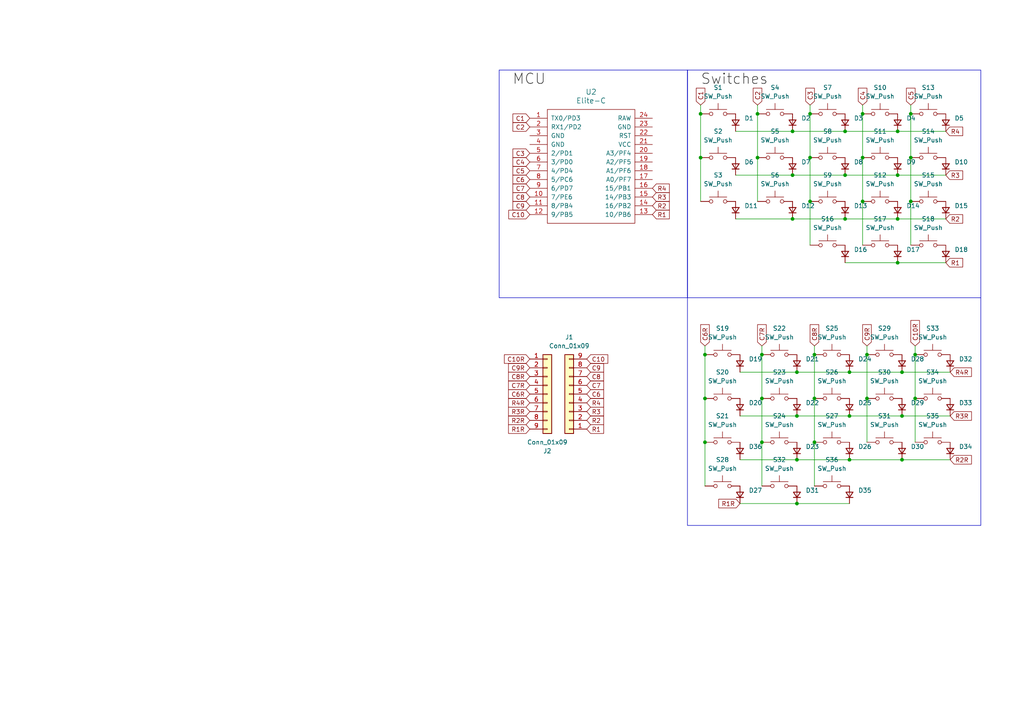
<source format=kicad_sch>
(kicad_sch (version 20230121) (generator eeschema)

  (uuid 97a58a38-06ba-4f64-bb6a-5191cade4dc2)

  (paper "A4")

  (lib_symbols
    (symbol "Connector_Generic:Conn_01x09" (pin_names (offset 1.016) hide) (in_bom yes) (on_board yes)
      (property "Reference" "J" (at 0 12.7 0)
        (effects (font (size 1.27 1.27)))
      )
      (property "Value" "Conn_01x09" (at 0 -12.7 0)
        (effects (font (size 1.27 1.27)))
      )
      (property "Footprint" "" (at 0 0 0)
        (effects (font (size 1.27 1.27)) hide)
      )
      (property "Datasheet" "~" (at 0 0 0)
        (effects (font (size 1.27 1.27)) hide)
      )
      (property "ki_keywords" "connector" (at 0 0 0)
        (effects (font (size 1.27 1.27)) hide)
      )
      (property "ki_description" "Generic connector, single row, 01x09, script generated (kicad-library-utils/schlib/autogen/connector/)" (at 0 0 0)
        (effects (font (size 1.27 1.27)) hide)
      )
      (property "ki_fp_filters" "Connector*:*_1x??_*" (at 0 0 0)
        (effects (font (size 1.27 1.27)) hide)
      )
      (symbol "Conn_01x09_1_1"
        (rectangle (start -1.27 -10.033) (end 0 -10.287)
          (stroke (width 0.1524) (type default))
          (fill (type none))
        )
        (rectangle (start -1.27 -7.493) (end 0 -7.747)
          (stroke (width 0.1524) (type default))
          (fill (type none))
        )
        (rectangle (start -1.27 -4.953) (end 0 -5.207)
          (stroke (width 0.1524) (type default))
          (fill (type none))
        )
        (rectangle (start -1.27 -2.413) (end 0 -2.667)
          (stroke (width 0.1524) (type default))
          (fill (type none))
        )
        (rectangle (start -1.27 0.127) (end 0 -0.127)
          (stroke (width 0.1524) (type default))
          (fill (type none))
        )
        (rectangle (start -1.27 2.667) (end 0 2.413)
          (stroke (width 0.1524) (type default))
          (fill (type none))
        )
        (rectangle (start -1.27 5.207) (end 0 4.953)
          (stroke (width 0.1524) (type default))
          (fill (type none))
        )
        (rectangle (start -1.27 7.747) (end 0 7.493)
          (stroke (width 0.1524) (type default))
          (fill (type none))
        )
        (rectangle (start -1.27 10.287) (end 0 10.033)
          (stroke (width 0.1524) (type default))
          (fill (type none))
        )
        (rectangle (start -1.27 11.43) (end 1.27 -11.43)
          (stroke (width 0.254) (type default))
          (fill (type background))
        )
        (pin passive line (at -5.08 10.16 0) (length 3.81)
          (name "Pin_1" (effects (font (size 1.27 1.27))))
          (number "1" (effects (font (size 1.27 1.27))))
        )
        (pin passive line (at -5.08 7.62 0) (length 3.81)
          (name "Pin_2" (effects (font (size 1.27 1.27))))
          (number "2" (effects (font (size 1.27 1.27))))
        )
        (pin passive line (at -5.08 5.08 0) (length 3.81)
          (name "Pin_3" (effects (font (size 1.27 1.27))))
          (number "3" (effects (font (size 1.27 1.27))))
        )
        (pin passive line (at -5.08 2.54 0) (length 3.81)
          (name "Pin_4" (effects (font (size 1.27 1.27))))
          (number "4" (effects (font (size 1.27 1.27))))
        )
        (pin passive line (at -5.08 0 0) (length 3.81)
          (name "Pin_5" (effects (font (size 1.27 1.27))))
          (number "5" (effects (font (size 1.27 1.27))))
        )
        (pin passive line (at -5.08 -2.54 0) (length 3.81)
          (name "Pin_6" (effects (font (size 1.27 1.27))))
          (number "6" (effects (font (size 1.27 1.27))))
        )
        (pin passive line (at -5.08 -5.08 0) (length 3.81)
          (name "Pin_7" (effects (font (size 1.27 1.27))))
          (number "7" (effects (font (size 1.27 1.27))))
        )
        (pin passive line (at -5.08 -7.62 0) (length 3.81)
          (name "Pin_8" (effects (font (size 1.27 1.27))))
          (number "8" (effects (font (size 1.27 1.27))))
        )
        (pin passive line (at -5.08 -10.16 0) (length 3.81)
          (name "Pin_9" (effects (font (size 1.27 1.27))))
          (number "9" (effects (font (size 1.27 1.27))))
        )
      )
    )
    (symbol "Device:D_Small" (pin_numbers hide) (pin_names (offset 0.254) hide) (in_bom yes) (on_board yes)
      (property "Reference" "D" (at -1.27 2.032 0)
        (effects (font (size 1.27 1.27)) (justify left))
      )
      (property "Value" "D_Small" (at -3.81 -2.032 0)
        (effects (font (size 1.27 1.27)) (justify left))
      )
      (property "Footprint" "" (at 0 0 90)
        (effects (font (size 1.27 1.27)) hide)
      )
      (property "Datasheet" "~" (at 0 0 90)
        (effects (font (size 1.27 1.27)) hide)
      )
      (property "Sim.Device" "D" (at 0 0 0)
        (effects (font (size 1.27 1.27)) hide)
      )
      (property "Sim.Pins" "1=K 2=A" (at 0 0 0)
        (effects (font (size 1.27 1.27)) hide)
      )
      (property "ki_keywords" "diode" (at 0 0 0)
        (effects (font (size 1.27 1.27)) hide)
      )
      (property "ki_description" "Diode, small symbol" (at 0 0 0)
        (effects (font (size 1.27 1.27)) hide)
      )
      (property "ki_fp_filters" "TO-???* *_Diode_* *SingleDiode* D_*" (at 0 0 0)
        (effects (font (size 1.27 1.27)) hide)
      )
      (symbol "D_Small_0_1"
        (polyline
          (pts
            (xy -0.762 -1.016)
            (xy -0.762 1.016)
          )
          (stroke (width 0.254) (type default))
          (fill (type none))
        )
        (polyline
          (pts
            (xy -0.762 0)
            (xy 0.762 0)
          )
          (stroke (width 0) (type default))
          (fill (type none))
        )
        (polyline
          (pts
            (xy 0.762 -1.016)
            (xy -0.762 0)
            (xy 0.762 1.016)
            (xy 0.762 -1.016)
          )
          (stroke (width 0.254) (type default))
          (fill (type none))
        )
      )
      (symbol "D_Small_1_1"
        (pin passive line (at -2.54 0 0) (length 1.778)
          (name "K" (effects (font (size 1.27 1.27))))
          (number "1" (effects (font (size 1.27 1.27))))
        )
        (pin passive line (at 2.54 0 180) (length 1.778)
          (name "A" (effects (font (size 1.27 1.27))))
          (number "2" (effects (font (size 1.27 1.27))))
        )
      )
    )
    (symbol "Switch:SW_Push" (pin_numbers hide) (pin_names (offset 1.016) hide) (in_bom yes) (on_board yes)
      (property "Reference" "SW" (at 1.27 2.54 0)
        (effects (font (size 1.27 1.27)) (justify left))
      )
      (property "Value" "SW_Push" (at 0 -1.524 0)
        (effects (font (size 1.27 1.27)))
      )
      (property "Footprint" "" (at 0 5.08 0)
        (effects (font (size 1.27 1.27)) hide)
      )
      (property "Datasheet" "~" (at 0 5.08 0)
        (effects (font (size 1.27 1.27)) hide)
      )
      (property "ki_keywords" "switch normally-open pushbutton push-button" (at 0 0 0)
        (effects (font (size 1.27 1.27)) hide)
      )
      (property "ki_description" "Push button switch, generic, two pins" (at 0 0 0)
        (effects (font (size 1.27 1.27)) hide)
      )
      (symbol "SW_Push_0_1"
        (circle (center -2.032 0) (radius 0.508)
          (stroke (width 0) (type default))
          (fill (type none))
        )
        (polyline
          (pts
            (xy 0 1.27)
            (xy 0 3.048)
          )
          (stroke (width 0) (type default))
          (fill (type none))
        )
        (polyline
          (pts
            (xy 2.54 1.27)
            (xy -2.54 1.27)
          )
          (stroke (width 0) (type default))
          (fill (type none))
        )
        (circle (center 2.032 0) (radius 0.508)
          (stroke (width 0) (type default))
          (fill (type none))
        )
        (pin passive line (at -5.08 0 0) (length 2.54)
          (name "1" (effects (font (size 1.27 1.27))))
          (number "1" (effects (font (size 1.27 1.27))))
        )
        (pin passive line (at 5.08 0 180) (length 2.54)
          (name "2" (effects (font (size 1.27 1.27))))
          (number "2" (effects (font (size 1.27 1.27))))
        )
      )
    )
    (symbol "keebio:ProMicro" (pin_names (offset 1.016)) (in_bom yes) (on_board yes)
      (property "Reference" "U" (at 0 0 0)
        (effects (font (size 1.524 1.524)))
      )
      (property "Value" "ProMicro" (at 0 -19.05 0)
        (effects (font (size 1.524 1.524)))
      )
      (property "Footprint" "" (at 26.67 -63.5 90)
        (effects (font (size 1.524 1.524)) hide)
      )
      (property "Datasheet" "" (at 26.67 -63.5 90)
        (effects (font (size 1.524 1.524)) hide)
      )
      (symbol "ProMicro_0_1"
        (rectangle (start -12.7 -16.51) (end 12.7 16.51)
          (stroke (width 0) (type solid))
          (fill (type none))
        )
      )
      (symbol "ProMicro_1_1"
        (pin input line (at -17.78 13.97 0) (length 5.08)
          (name "TX0/PD3" (effects (font (size 1.27 1.27))))
          (number "1" (effects (font (size 1.27 1.27))))
        )
        (pin input line (at -17.78 -8.89 0) (length 5.08)
          (name "7/PE6" (effects (font (size 1.27 1.27))))
          (number "10" (effects (font (size 1.27 1.27))))
        )
        (pin input line (at -17.78 -11.43 0) (length 5.08)
          (name "8/PB4" (effects (font (size 1.27 1.27))))
          (number "11" (effects (font (size 1.27 1.27))))
        )
        (pin input line (at -17.78 -13.97 0) (length 5.08)
          (name "9/PB5" (effects (font (size 1.27 1.27))))
          (number "12" (effects (font (size 1.27 1.27))))
        )
        (pin input line (at 17.78 -13.97 180) (length 5.08)
          (name "10/PB6" (effects (font (size 1.27 1.27))))
          (number "13" (effects (font (size 1.27 1.27))))
        )
        (pin input line (at 17.78 -11.43 180) (length 5.08)
          (name "16/PB2" (effects (font (size 1.27 1.27))))
          (number "14" (effects (font (size 1.27 1.27))))
        )
        (pin input line (at 17.78 -8.89 180) (length 5.08)
          (name "14/PB3" (effects (font (size 1.27 1.27))))
          (number "15" (effects (font (size 1.27 1.27))))
        )
        (pin input line (at 17.78 -6.35 180) (length 5.08)
          (name "15/PB1" (effects (font (size 1.27 1.27))))
          (number "16" (effects (font (size 1.27 1.27))))
        )
        (pin input line (at 17.78 -3.81 180) (length 5.08)
          (name "A0/PF7" (effects (font (size 1.27 1.27))))
          (number "17" (effects (font (size 1.27 1.27))))
        )
        (pin input line (at 17.78 -1.27 180) (length 5.08)
          (name "A1/PF6" (effects (font (size 1.27 1.27))))
          (number "18" (effects (font (size 1.27 1.27))))
        )
        (pin input line (at 17.78 1.27 180) (length 5.08)
          (name "A2/PF5" (effects (font (size 1.27 1.27))))
          (number "19" (effects (font (size 1.27 1.27))))
        )
        (pin input line (at -17.78 11.43 0) (length 5.08)
          (name "RX1/PD2" (effects (font (size 1.27 1.27))))
          (number "2" (effects (font (size 1.27 1.27))))
        )
        (pin input line (at 17.78 3.81 180) (length 5.08)
          (name "A3/PF4" (effects (font (size 1.27 1.27))))
          (number "20" (effects (font (size 1.27 1.27))))
        )
        (pin input line (at 17.78 6.35 180) (length 5.08)
          (name "VCC" (effects (font (size 1.27 1.27))))
          (number "21" (effects (font (size 1.27 1.27))))
        )
        (pin input line (at 17.78 8.89 180) (length 5.08)
          (name "RST" (effects (font (size 1.27 1.27))))
          (number "22" (effects (font (size 1.27 1.27))))
        )
        (pin input line (at 17.78 11.43 180) (length 5.08)
          (name "GND" (effects (font (size 1.27 1.27))))
          (number "23" (effects (font (size 1.27 1.27))))
        )
        (pin input line (at 17.78 13.97 180) (length 5.08)
          (name "RAW" (effects (font (size 1.27 1.27))))
          (number "24" (effects (font (size 1.27 1.27))))
        )
        (pin input line (at -17.78 8.89 0) (length 5.08)
          (name "GND" (effects (font (size 1.27 1.27))))
          (number "3" (effects (font (size 1.27 1.27))))
        )
        (pin input line (at -17.78 6.35 0) (length 5.08)
          (name "GND" (effects (font (size 1.27 1.27))))
          (number "4" (effects (font (size 1.27 1.27))))
        )
        (pin input line (at -17.78 3.81 0) (length 5.08)
          (name "2/PD1" (effects (font (size 1.27 1.27))))
          (number "5" (effects (font (size 1.27 1.27))))
        )
        (pin input line (at -17.78 1.27 0) (length 5.08)
          (name "3/PD0" (effects (font (size 1.27 1.27))))
          (number "6" (effects (font (size 1.27 1.27))))
        )
        (pin input line (at -17.78 -1.27 0) (length 5.08)
          (name "4/PD4" (effects (font (size 1.27 1.27))))
          (number "7" (effects (font (size 1.27 1.27))))
        )
        (pin input line (at -17.78 -3.81 0) (length 5.08)
          (name "5/PC6" (effects (font (size 1.27 1.27))))
          (number "8" (effects (font (size 1.27 1.27))))
        )
        (pin input line (at -17.78 -6.35 0) (length 5.08)
          (name "6/PD7" (effects (font (size 1.27 1.27))))
          (number "9" (effects (font (size 1.27 1.27))))
        )
      )
    )
  )

  (junction (at 246.38 133.35) (diameter 0) (color 0 0 0 0)
    (uuid 0ba113ef-0e5f-4c0a-a988-e54f9375f421)
  )
  (junction (at 251.46 102.87) (diameter 0) (color 0 0 0 0)
    (uuid 0c89d579-533d-41c4-b1d9-083ab45519d0)
  )
  (junction (at 261.62 133.35) (diameter 0) (color 0 0 0 0)
    (uuid 0cddf0ec-8989-4a51-b00f-795d6540ec13)
  )
  (junction (at 236.22 115.57) (diameter 0) (color 0 0 0 0)
    (uuid 1681d033-8538-4664-ba20-469cfcd7613d)
  )
  (junction (at 261.62 120.65) (diameter 0) (color 0 0 0 0)
    (uuid 1dd55afd-69e3-40f7-8a2f-aa2434a04610)
  )
  (junction (at 204.47 115.57) (diameter 0) (color 0 0 0 0)
    (uuid 24cb4dff-9895-4122-9f1a-0ba7d42325c2)
  )
  (junction (at 229.87 63.5) (diameter 0) (color 0 0 0 0)
    (uuid 31f43419-2aa7-495b-afb1-d42ace3363b9)
  )
  (junction (at 219.71 45.72) (diameter 0) (color 0 0 0 0)
    (uuid 35e2e8f9-963a-4ab2-b597-041ac8bf1964)
  )
  (junction (at 231.14 133.35) (diameter 0) (color 0 0 0 0)
    (uuid 3abb080f-40d1-4c9c-99bf-67f886034081)
  )
  (junction (at 231.14 107.95) (diameter 0) (color 0 0 0 0)
    (uuid 3cd3befc-dd83-4a93-8cc2-de51b8ee8c58)
  )
  (junction (at 245.11 38.1) (diameter 0) (color 0 0 0 0)
    (uuid 3f3220e7-0f51-454e-913a-0d7aaf021bcb)
  )
  (junction (at 264.16 33.02) (diameter 0) (color 0 0 0 0)
    (uuid 41beb8e7-f120-41da-b1e8-c3c4ce43c2d7)
  )
  (junction (at 260.35 63.5) (diameter 0) (color 0 0 0 0)
    (uuid 51783ff0-6171-466b-a5a7-ba15f154d03b)
  )
  (junction (at 220.98 128.27) (diameter 0) (color 0 0 0 0)
    (uuid 523f7e28-9118-4f08-922d-f4d5bcb16499)
  )
  (junction (at 203.2 33.02) (diameter 0) (color 0 0 0 0)
    (uuid 55ef4b61-94b9-4011-bb11-8b7d95e94bf0)
  )
  (junction (at 250.19 33.02) (diameter 0) (color 0 0 0 0)
    (uuid 5b0fc5c7-7d08-4545-864b-e1b2ba04e46b)
  )
  (junction (at 261.62 107.95) (diameter 0) (color 0 0 0 0)
    (uuid 680d7c3c-b490-41f3-adf3-2f6194ce9111)
  )
  (junction (at 204.47 102.87) (diameter 0) (color 0 0 0 0)
    (uuid 7359b2d7-c713-4523-b6a9-dbc40e9b308b)
  )
  (junction (at 231.14 146.05) (diameter 0) (color 0 0 0 0)
    (uuid 75b0f765-80f4-4ca4-82ac-218a0fa3b012)
  )
  (junction (at 251.46 115.57) (diameter 0) (color 0 0 0 0)
    (uuid 7b538b0e-4871-4f71-b9e4-4d3761a87703)
  )
  (junction (at 231.14 120.65) (diameter 0) (color 0 0 0 0)
    (uuid 7e4521c9-aaba-4a6e-b397-abc31cac9e3c)
  )
  (junction (at 234.95 58.42) (diameter 0) (color 0 0 0 0)
    (uuid 870ede8f-2843-4022-b4a1-4ce1d8b8a967)
  )
  (junction (at 234.95 33.02) (diameter 0) (color 0 0 0 0)
    (uuid 8bb29398-98b7-4d5d-a668-19c1acf51932)
  )
  (junction (at 250.19 45.72) (diameter 0) (color 0 0 0 0)
    (uuid 8c38130f-b251-425e-bff2-fbebbe04ce3e)
  )
  (junction (at 245.11 50.8) (diameter 0) (color 0 0 0 0)
    (uuid 8d64e1f3-1ee3-415f-911d-ba31a2eee7b2)
  )
  (junction (at 229.87 50.8) (diameter 0) (color 0 0 0 0)
    (uuid 8f43f46f-635f-422c-ac8e-5f8f4af8ad59)
  )
  (junction (at 264.16 45.72) (diameter 0) (color 0 0 0 0)
    (uuid 90611a09-a9a1-4892-a960-d9b801941b9f)
  )
  (junction (at 264.16 58.42) (diameter 0) (color 0 0 0 0)
    (uuid 907c8d1d-853a-46b8-a1f4-38f4b9314e58)
  )
  (junction (at 203.2 45.72) (diameter 0) (color 0 0 0 0)
    (uuid 9b365c19-6700-47ca-b57b-cc12bdfbc3e6)
  )
  (junction (at 220.98 115.57) (diameter 0) (color 0 0 0 0)
    (uuid a51516fd-2eb9-4c07-874c-bbcc41e71c29)
  )
  (junction (at 229.87 38.1) (diameter 0) (color 0 0 0 0)
    (uuid ab338ac7-709e-4791-a1fe-283597f429d9)
  )
  (junction (at 220.98 102.87) (diameter 0) (color 0 0 0 0)
    (uuid ad5f8408-2ac7-4461-88f1-b504e0347081)
  )
  (junction (at 246.38 107.95) (diameter 0) (color 0 0 0 0)
    (uuid b00a5d6a-cf8a-42f6-92c6-ffd608f0e1ec)
  )
  (junction (at 234.95 45.72) (diameter 0) (color 0 0 0 0)
    (uuid b60321a4-fddc-4a10-9bf4-3279a2a88ce0)
  )
  (junction (at 260.35 76.2) (diameter 0) (color 0 0 0 0)
    (uuid b733f51c-975a-4408-813a-87032b78546d)
  )
  (junction (at 246.38 120.65) (diameter 0) (color 0 0 0 0)
    (uuid bb426bf4-529a-4990-a4d6-e7cb8c1c3eaf)
  )
  (junction (at 260.35 50.8) (diameter 0) (color 0 0 0 0)
    (uuid c9f49b19-faa9-4096-ba37-d55b65b8d567)
  )
  (junction (at 204.47 128.27) (diameter 0) (color 0 0 0 0)
    (uuid db33aa1c-8417-4aad-afde-daa4b3674023)
  )
  (junction (at 245.11 63.5) (diameter 0) (color 0 0 0 0)
    (uuid dc59fb72-1f2d-475e-9c57-d2d0cf83ea04)
  )
  (junction (at 236.22 128.27) (diameter 0) (color 0 0 0 0)
    (uuid dc994d44-39ab-4af6-b194-14caf6635ea7)
  )
  (junction (at 236.22 102.87) (diameter 0) (color 0 0 0 0)
    (uuid e27487a7-8db5-4d8b-a1fa-b4e2ddd7d34a)
  )
  (junction (at 260.35 38.1) (diameter 0) (color 0 0 0 0)
    (uuid e810d6af-71ce-4939-906b-433a19929242)
  )
  (junction (at 265.43 102.87) (diameter 0) (color 0 0 0 0)
    (uuid ece3c58e-5586-4298-80f6-234ff945d184)
  )
  (junction (at 219.71 33.02) (diameter 0) (color 0 0 0 0)
    (uuid f2dba0c1-cee4-4afb-a544-3fe50ed61420)
  )
  (junction (at 250.19 58.42) (diameter 0) (color 0 0 0 0)
    (uuid ffa8e9d4-a696-43c0-bacd-d6d2166133cc)
  )
  (junction (at 265.43 115.57) (diameter 0) (color 0 0 0 0)
    (uuid ffc7dabf-d7d5-473f-bcde-e7b1b4fb2bc8)
  )

  (wire (pts (xy 220.98 115.57) (xy 220.98 128.27))
    (stroke (width 0) (type default))
    (uuid 00f6b933-d145-4ee8-b29c-e0ef1cd4e42d)
  )
  (wire (pts (xy 231.14 107.95) (xy 246.38 107.95))
    (stroke (width 0) (type default))
    (uuid 013b0268-18fb-4c05-abf6-48a1784738a7)
  )
  (wire (pts (xy 220.98 128.27) (xy 220.98 140.97))
    (stroke (width 0) (type default))
    (uuid 049b3e58-8196-4133-8911-c29d8eb3461a)
  )
  (wire (pts (xy 265.43 100.33) (xy 265.43 102.87))
    (stroke (width 0) (type default))
    (uuid 07f97bca-1cae-457c-b1e9-0a796bf80b6f)
  )
  (wire (pts (xy 219.71 30.48) (xy 219.71 33.02))
    (stroke (width 0) (type default))
    (uuid 0c5e5658-8e13-451b-b3ef-2cf15fa85f3f)
  )
  (wire (pts (xy 231.14 133.35) (xy 246.38 133.35))
    (stroke (width 0) (type default))
    (uuid 12a11f16-4f43-482f-b654-a9ce71653c19)
  )
  (wire (pts (xy 204.47 128.27) (xy 204.47 140.97))
    (stroke (width 0) (type default))
    (uuid 17ae7d58-565f-4a25-9aa3-084def61abe0)
  )
  (wire (pts (xy 260.35 38.1) (xy 274.32 38.1))
    (stroke (width 0) (type default))
    (uuid 18209875-a107-43aa-812a-1f14c3a9e5e3)
  )
  (wire (pts (xy 213.36 63.5) (xy 229.87 63.5))
    (stroke (width 0) (type default))
    (uuid 1a6c810b-f91d-41b0-ad2f-7986a1b282aa)
  )
  (wire (pts (xy 219.71 33.02) (xy 219.71 45.72))
    (stroke (width 0) (type default))
    (uuid 1b7fd8e2-89b9-4f83-a3c1-3060163676a1)
  )
  (wire (pts (xy 236.22 115.57) (xy 236.22 128.27))
    (stroke (width 0) (type default))
    (uuid 1c01967f-e0db-4520-8211-77ff93245be7)
  )
  (wire (pts (xy 251.46 115.57) (xy 251.46 128.27))
    (stroke (width 0) (type default))
    (uuid 24f6ccdf-735a-4c37-a88b-c277d7930055)
  )
  (wire (pts (xy 261.62 107.95) (xy 275.59 107.95))
    (stroke (width 0) (type default))
    (uuid 2c4e21a3-b6e6-45ae-a9cc-b990a09ecf21)
  )
  (wire (pts (xy 203.2 30.48) (xy 203.2 33.02))
    (stroke (width 0) (type default))
    (uuid 343612e5-a947-42f7-8147-917936cf3df7)
  )
  (wire (pts (xy 203.2 45.72) (xy 203.2 58.42))
    (stroke (width 0) (type default))
    (uuid 349f1558-bffe-40a0-ad2e-08c6049536a5)
  )
  (wire (pts (xy 245.11 76.2) (xy 260.35 76.2))
    (stroke (width 0) (type default))
    (uuid 375f0310-ab24-4e09-a2ae-95f2cdcce9ec)
  )
  (wire (pts (xy 234.95 58.42) (xy 234.95 71.12))
    (stroke (width 0) (type default))
    (uuid 38beb0c0-df3e-42dd-989b-dfa3bb4d3755)
  )
  (wire (pts (xy 229.87 50.8) (xy 245.11 50.8))
    (stroke (width 0) (type default))
    (uuid 3b91c3fd-e675-464e-bcd5-c1c3f98bc328)
  )
  (wire (pts (xy 250.19 45.72) (xy 250.19 58.42))
    (stroke (width 0) (type default))
    (uuid 3dc0473a-c9c8-48a6-aee3-fd57fd474ec7)
  )
  (wire (pts (xy 220.98 100.33) (xy 220.98 102.87))
    (stroke (width 0) (type default))
    (uuid 3e918115-39b8-4bec-9d17-a62eabc061aa)
  )
  (wire (pts (xy 245.11 38.1) (xy 260.35 38.1))
    (stroke (width 0) (type default))
    (uuid 41cb6b3e-a6eb-4d30-a679-b6643085d5c4)
  )
  (wire (pts (xy 213.36 50.8) (xy 229.87 50.8))
    (stroke (width 0) (type default))
    (uuid 450a8984-e37c-4306-a510-13c313a2c180)
  )
  (wire (pts (xy 220.98 102.87) (xy 220.98 115.57))
    (stroke (width 0) (type default))
    (uuid 482fcbc7-5b45-4e49-ab44-65c44e65b2a7)
  )
  (wire (pts (xy 250.19 30.48) (xy 250.19 33.02))
    (stroke (width 0) (type default))
    (uuid 4b5ca6fe-4458-422f-9142-71911c974c77)
  )
  (wire (pts (xy 264.16 30.48) (xy 264.16 33.02))
    (stroke (width 0) (type default))
    (uuid 4f241b64-ac1a-48ad-af5f-9c7dd1771573)
  )
  (wire (pts (xy 246.38 133.35) (xy 261.62 133.35))
    (stroke (width 0) (type default))
    (uuid 51402ea6-b5cb-40af-8529-fa9eaf1edcd4)
  )
  (wire (pts (xy 203.2 33.02) (xy 203.2 45.72))
    (stroke (width 0) (type default))
    (uuid 53b79c76-8059-4007-a487-93140115e77e)
  )
  (wire (pts (xy 213.36 38.1) (xy 229.87 38.1))
    (stroke (width 0) (type default))
    (uuid 6657ebe4-83e5-4179-96fc-bf8df8fade33)
  )
  (wire (pts (xy 236.22 100.33) (xy 236.22 102.87))
    (stroke (width 0) (type default))
    (uuid 6fbcd871-c59c-43a1-b41b-35c0bd653f65)
  )
  (wire (pts (xy 250.19 58.42) (xy 250.19 71.12))
    (stroke (width 0) (type default))
    (uuid 75e4504d-ac3c-49f4-a062-4aab9f984f58)
  )
  (wire (pts (xy 251.46 100.33) (xy 251.46 102.87))
    (stroke (width 0) (type default))
    (uuid 7c233cee-8204-4a20-814a-d9a87e0c9d79)
  )
  (wire (pts (xy 236.22 102.87) (xy 236.22 115.57))
    (stroke (width 0) (type default))
    (uuid 88af26bb-f9e3-43fb-947b-88d1f480b815)
  )
  (wire (pts (xy 261.62 120.65) (xy 275.59 120.65))
    (stroke (width 0) (type default))
    (uuid 89383b4d-aa2d-492b-9f59-64afc012749a)
  )
  (wire (pts (xy 245.11 63.5) (xy 260.35 63.5))
    (stroke (width 0) (type default))
    (uuid 89ba905d-b849-4bdb-8a1d-e15fbf71fa5e)
  )
  (wire (pts (xy 265.43 115.57) (xy 265.43 128.27))
    (stroke (width 0) (type default))
    (uuid 8c1bf04f-36a8-4582-8c86-9f5612098a91)
  )
  (wire (pts (xy 234.95 30.48) (xy 234.95 33.02))
    (stroke (width 0) (type default))
    (uuid 8fea113b-bac2-4a63-af26-5bffcdad45a7)
  )
  (wire (pts (xy 246.38 120.65) (xy 261.62 120.65))
    (stroke (width 0) (type default))
    (uuid 909f6747-8f67-4cd4-bc64-368f65ebcdaa)
  )
  (wire (pts (xy 229.87 38.1) (xy 245.11 38.1))
    (stroke (width 0) (type default))
    (uuid 90b7c474-76d8-4889-aa13-e740dd1fb08a)
  )
  (wire (pts (xy 250.19 33.02) (xy 250.19 45.72))
    (stroke (width 0) (type default))
    (uuid 934ca6a3-ad04-4314-8d62-432a3ef0977c)
  )
  (wire (pts (xy 214.63 133.35) (xy 231.14 133.35))
    (stroke (width 0) (type default))
    (uuid 97e3b1ae-49a7-4bcb-9801-6f198702a782)
  )
  (wire (pts (xy 229.87 63.5) (xy 245.11 63.5))
    (stroke (width 0) (type default))
    (uuid 98eefe0f-695f-4114-a9c7-73f554005837)
  )
  (wire (pts (xy 260.35 63.5) (xy 274.32 63.5))
    (stroke (width 0) (type default))
    (uuid 9c6c0f08-bb22-4f4c-b48a-1bc8d45552df)
  )
  (wire (pts (xy 234.95 45.72) (xy 234.95 58.42))
    (stroke (width 0) (type default))
    (uuid 9e04f2d0-8b96-41ec-b5b4-8790cf705cdb)
  )
  (wire (pts (xy 245.11 50.8) (xy 260.35 50.8))
    (stroke (width 0) (type default))
    (uuid 9fdab0eb-0daa-4c43-a821-2bf9d4bb5d18)
  )
  (wire (pts (xy 231.14 146.05) (xy 246.38 146.05))
    (stroke (width 0) (type default))
    (uuid a1a6ca5d-8b92-461e-95f8-7899c2ef0496)
  )
  (wire (pts (xy 260.35 76.2) (xy 274.32 76.2))
    (stroke (width 0) (type default))
    (uuid a1ce8b2e-bd05-48e5-bdc5-3f6e66bc34ed)
  )
  (wire (pts (xy 236.22 128.27) (xy 236.22 140.97))
    (stroke (width 0) (type default))
    (uuid a57c3f93-cbfd-4a45-9478-88eddc8c79a6)
  )
  (wire (pts (xy 234.95 33.02) (xy 234.95 45.72))
    (stroke (width 0) (type default))
    (uuid a7a4334b-3760-4a8e-a339-305181b77637)
  )
  (wire (pts (xy 246.38 107.95) (xy 261.62 107.95))
    (stroke (width 0) (type default))
    (uuid a98e7afd-84ff-4b5b-ae9b-6b9b13226d7d)
  )
  (wire (pts (xy 275.59 133.35) (xy 261.62 133.35))
    (stroke (width 0) (type default))
    (uuid a9e1c608-2622-4a35-b077-61d43790a712)
  )
  (wire (pts (xy 265.43 102.87) (xy 265.43 115.57))
    (stroke (width 0) (type default))
    (uuid ab2b98b7-cde4-42f3-805c-888d28e77458)
  )
  (wire (pts (xy 204.47 100.33) (xy 204.47 102.87))
    (stroke (width 0) (type default))
    (uuid b908a91f-2d61-4571-b96c-4babcdc1e96b)
  )
  (wire (pts (xy 264.16 58.42) (xy 264.16 71.12))
    (stroke (width 0) (type default))
    (uuid ba8ba614-59c9-42d3-904e-f0d68f396a9a)
  )
  (wire (pts (xy 264.16 33.02) (xy 264.16 45.72))
    (stroke (width 0) (type default))
    (uuid bd6f578c-6b2c-414e-b3ca-d8057b926a5a)
  )
  (wire (pts (xy 214.63 107.95) (xy 231.14 107.95))
    (stroke (width 0) (type default))
    (uuid c0db72a3-35d9-407b-a898-9532b490ddd5)
  )
  (wire (pts (xy 251.46 102.87) (xy 251.46 115.57))
    (stroke (width 0) (type default))
    (uuid d69d2d75-f833-420b-9286-83e1ccc172f7)
  )
  (wire (pts (xy 260.35 50.8) (xy 274.32 50.8))
    (stroke (width 0) (type default))
    (uuid d7048643-1db0-4170-88d3-016b180e33b6)
  )
  (wire (pts (xy 214.63 120.65) (xy 231.14 120.65))
    (stroke (width 0) (type default))
    (uuid d83fd75c-56e4-4a8d-b9a2-0e1f7dcd41ef)
  )
  (wire (pts (xy 264.16 45.72) (xy 264.16 58.42))
    (stroke (width 0) (type default))
    (uuid dc77070d-a245-4743-b29d-c83f33d12cf2)
  )
  (wire (pts (xy 204.47 102.87) (xy 204.47 115.57))
    (stroke (width 0) (type default))
    (uuid e3b4957c-75ac-4a76-87d4-a8d0575dec70)
  )
  (wire (pts (xy 231.14 120.65) (xy 246.38 120.65))
    (stroke (width 0) (type default))
    (uuid e3e73c65-4a0a-4129-9c35-abc58d1d45f8)
  )
  (wire (pts (xy 204.47 115.57) (xy 204.47 128.27))
    (stroke (width 0) (type default))
    (uuid f0cbbe8e-de88-4cde-b327-48380e961b40)
  )
  (wire (pts (xy 214.63 146.05) (xy 231.14 146.05))
    (stroke (width 0) (type default))
    (uuid fa05fee6-5267-49cc-963b-7d6026a0442e)
  )
  (wire (pts (xy 219.71 45.72) (xy 219.71 58.42))
    (stroke (width 0) (type default))
    (uuid fe02f1c8-4250-432d-a1a5-546b9c400abf)
  )

  (rectangle (start 199.39 20.32) (end 284.48 86.36)
    (stroke (width 0) (type default))
    (fill (type none))
    (uuid 22d0a968-8e92-409a-86cc-1c7d9fd2e2a4)
  )
  (rectangle (start 199.39 86.36) (end 284.48 152.4)
    (stroke (width 0) (type default))
    (fill (type none))
    (uuid 9d06bc0b-664e-48bf-9219-709a922ecac1)
  )
  (rectangle (start 144.78 20.32) (end 199.39 86.36)
    (stroke (width 0) (type default))
    (fill (type none))
    (uuid d517f944-1822-4685-aaef-50716e625de7)
  )

  (label "MCU" (at 148.59 25.4 0) (fields_autoplaced)
    (effects (font (size 3 3)) (justify left bottom))
    (uuid 535c3da1-1771-45c3-be39-c04177929394)
  )
  (label "Switches" (at 203.2 25.4 0) (fields_autoplaced)
    (effects (font (size 3 3)) (justify left bottom))
    (uuid d29f1dc6-86e0-4c6e-a08f-f5d52f4bfb18)
  )

  (global_label "R2" (shape input) (at 189.23 59.69 0) (fields_autoplaced)
    (effects (font (size 1.27 1.27)) (justify left))
    (uuid 0bbc6da9-27b7-4f4c-bff8-8e75d8d1e0d6)
    (property "Intersheetrefs" "${INTERSHEET_REFS}" (at 194.6947 59.69 0)
      (effects (font (size 1.27 1.27)) (justify left) hide)
    )
  )
  (global_label "C9R" (shape input) (at 251.46 100.33 90) (fields_autoplaced)
    (effects (font (size 1.27 1.27)) (justify left))
    (uuid 0dbc6278-be25-4173-aaa3-3effeef9f182)
    (property "Intersheetrefs" "${INTERSHEET_REFS}" (at 251.46 93.5953 90)
      (effects (font (size 1.27 1.27)) (justify left) hide)
    )
  )
  (global_label "C10" (shape input) (at 170.18 104.14 0) (fields_autoplaced)
    (effects (font (size 1.27 1.27)) (justify left))
    (uuid 14eb5755-cf7e-409c-ab15-168ab32ade23)
    (property "Intersheetrefs" "${INTERSHEET_REFS}" (at 176.8542 104.14 0)
      (effects (font (size 1.27 1.27)) (justify left) hide)
    )
  )
  (global_label "C5" (shape input) (at 153.67 49.53 180) (fields_autoplaced)
    (effects (font (size 1.27 1.27)) (justify right))
    (uuid 26549d0a-7f94-4a24-bc71-1407bd43228b)
    (property "Intersheetrefs" "${INTERSHEET_REFS}" (at 148.2053 49.53 0)
      (effects (font (size 1.27 1.27)) (justify right) hide)
    )
  )
  (global_label "C10" (shape input) (at 153.67 62.23 180) (fields_autoplaced)
    (effects (font (size 1.27 1.27)) (justify right))
    (uuid 289aa9f3-a1ee-4902-8d91-697ffa8bf1f7)
    (property "Intersheetrefs" "${INTERSHEET_REFS}" (at 146.9958 62.23 0)
      (effects (font (size 1.27 1.27)) (justify right) hide)
    )
  )
  (global_label "C1" (shape input) (at 153.67 34.29 180) (fields_autoplaced)
    (effects (font (size 1.27 1.27)) (justify right))
    (uuid 2f645203-8765-443d-bfd8-71487603ac95)
    (property "Intersheetrefs" "${INTERSHEET_REFS}" (at 148.2053 34.29 0)
      (effects (font (size 1.27 1.27)) (justify right) hide)
    )
  )
  (global_label "R3" (shape input) (at 170.18 119.38 0) (fields_autoplaced)
    (effects (font (size 1.27 1.27)) (justify left))
    (uuid 2fd1e7a6-974a-44d0-b92d-6f2e15af7608)
    (property "Intersheetrefs" "${INTERSHEET_REFS}" (at 175.6447 119.38 0)
      (effects (font (size 1.27 1.27)) (justify left) hide)
    )
  )
  (global_label "C9" (shape input) (at 170.18 106.68 0) (fields_autoplaced)
    (effects (font (size 1.27 1.27)) (justify left))
    (uuid 36d5670d-4947-40c1-8731-2dd3cbe1cabd)
    (property "Intersheetrefs" "${INTERSHEET_REFS}" (at 175.6447 106.68 0)
      (effects (font (size 1.27 1.27)) (justify left) hide)
    )
  )
  (global_label "R2R" (shape input) (at 153.67 121.92 180) (fields_autoplaced)
    (effects (font (size 1.27 1.27)) (justify right))
    (uuid 3701a282-b094-4dea-b584-2371ebb977f3)
    (property "Intersheetrefs" "${INTERSHEET_REFS}" (at 146.9353 121.92 0)
      (effects (font (size 1.27 1.27)) (justify right) hide)
    )
  )
  (global_label "C5" (shape input) (at 264.16 30.48 90) (fields_autoplaced)
    (effects (font (size 1.27 1.27)) (justify left))
    (uuid 37fca4c4-94b0-4332-867f-621fba8ff10a)
    (property "Intersheetrefs" "${INTERSHEET_REFS}" (at 264.16 25.0153 90)
      (effects (font (size 1.27 1.27)) (justify left) hide)
    )
  )
  (global_label "C4" (shape input) (at 250.19 30.48 90) (fields_autoplaced)
    (effects (font (size 1.27 1.27)) (justify left))
    (uuid 385760ae-4f00-45d9-b8ff-025ccbf20404)
    (property "Intersheetrefs" "${INTERSHEET_REFS}" (at 250.19 25.0153 90)
      (effects (font (size 1.27 1.27)) (justify left) hide)
    )
  )
  (global_label "C6" (shape input) (at 153.67 52.07 180) (fields_autoplaced)
    (effects (font (size 1.27 1.27)) (justify right))
    (uuid 399c15ac-3fce-4d3a-a1e9-f5508b61e0cb)
    (property "Intersheetrefs" "${INTERSHEET_REFS}" (at 148.2053 52.07 0)
      (effects (font (size 1.27 1.27)) (justify right) hide)
    )
  )
  (global_label "R1" (shape input) (at 170.18 124.46 0) (fields_autoplaced)
    (effects (font (size 1.27 1.27)) (justify left))
    (uuid 4014d20b-ce99-4503-bedf-f451c9f65aac)
    (property "Intersheetrefs" "${INTERSHEET_REFS}" (at 175.6447 124.46 0)
      (effects (font (size 1.27 1.27)) (justify left) hide)
    )
  )
  (global_label "C2" (shape input) (at 153.67 36.83 180) (fields_autoplaced)
    (effects (font (size 1.27 1.27)) (justify right))
    (uuid 4b0cb489-098f-4001-8173-45fb92b7527e)
    (property "Intersheetrefs" "${INTERSHEET_REFS}" (at 148.2053 36.83 0)
      (effects (font (size 1.27 1.27)) (justify right) hide)
    )
  )
  (global_label "R3" (shape input) (at 189.23 57.15 0) (fields_autoplaced)
    (effects (font (size 1.27 1.27)) (justify left))
    (uuid 4ea15632-89ff-4d3c-8b6c-defb7d3ecafe)
    (property "Intersheetrefs" "${INTERSHEET_REFS}" (at 194.6947 57.15 0)
      (effects (font (size 1.27 1.27)) (justify left) hide)
    )
  )
  (global_label "C2" (shape input) (at 219.71 30.48 90) (fields_autoplaced)
    (effects (font (size 1.27 1.27)) (justify left))
    (uuid 54737b0b-46d7-4e10-bdf5-771220fcce6e)
    (property "Intersheetrefs" "${INTERSHEET_REFS}" (at 219.71 25.0153 90)
      (effects (font (size 1.27 1.27)) (justify left) hide)
    )
  )
  (global_label "R1" (shape input) (at 274.32 76.2 0) (fields_autoplaced)
    (effects (font (size 1.27 1.27)) (justify left))
    (uuid 54fbbdd5-0482-4265-b9c4-e50e2934ee10)
    (property "Intersheetrefs" "${INTERSHEET_REFS}" (at 279.7847 76.2 0)
      (effects (font (size 1.27 1.27)) (justify left) hide)
    )
  )
  (global_label "R4" (shape input) (at 189.23 54.61 0) (fields_autoplaced)
    (effects (font (size 1.27 1.27)) (justify left))
    (uuid 5608f498-ba4b-439d-a2ec-0ad955efef1f)
    (property "Intersheetrefs" "${INTERSHEET_REFS}" (at 194.6947 54.61 0)
      (effects (font (size 1.27 1.27)) (justify left) hide)
    )
  )
  (global_label "C6R" (shape input) (at 204.47 100.33 90) (fields_autoplaced)
    (effects (font (size 1.27 1.27)) (justify left))
    (uuid 575396a5-0455-4635-a14e-c5a07ed669e6)
    (property "Intersheetrefs" "${INTERSHEET_REFS}" (at 204.47 93.5953 90)
      (effects (font (size 1.27 1.27)) (justify left) hide)
    )
  )
  (global_label "C7R" (shape input) (at 220.98 100.33 90) (fields_autoplaced)
    (effects (font (size 1.27 1.27)) (justify left))
    (uuid 5834107f-0f84-42c5-8447-5bbf77eddb7c)
    (property "Intersheetrefs" "${INTERSHEET_REFS}" (at 220.98 93.5953 90)
      (effects (font (size 1.27 1.27)) (justify left) hide)
    )
  )
  (global_label "R2" (shape input) (at 274.32 63.5 0) (fields_autoplaced)
    (effects (font (size 1.27 1.27)) (justify left))
    (uuid 62ba8505-38d2-4cab-a095-af2f485fd9da)
    (property "Intersheetrefs" "${INTERSHEET_REFS}" (at 279.7847 63.5 0)
      (effects (font (size 1.27 1.27)) (justify left) hide)
    )
  )
  (global_label "R4" (shape input) (at 274.32 38.1 0) (fields_autoplaced)
    (effects (font (size 1.27 1.27)) (justify left))
    (uuid 69b56782-6513-4929-a923-d2933fa96a06)
    (property "Intersheetrefs" "${INTERSHEET_REFS}" (at 279.7847 38.1 0)
      (effects (font (size 1.27 1.27)) (justify left) hide)
    )
  )
  (global_label "C8R" (shape input) (at 236.22 100.33 90) (fields_autoplaced)
    (effects (font (size 1.27 1.27)) (justify left))
    (uuid 74e9e7fa-b463-4ba9-9468-94758033112d)
    (property "Intersheetrefs" "${INTERSHEET_REFS}" (at 236.22 93.5953 90)
      (effects (font (size 1.27 1.27)) (justify left) hide)
    )
  )
  (global_label "C6" (shape input) (at 170.18 114.3 0) (fields_autoplaced)
    (effects (font (size 1.27 1.27)) (justify left))
    (uuid 810e6f94-bfb4-42b2-b40b-97167e5427c2)
    (property "Intersheetrefs" "${INTERSHEET_REFS}" (at 175.6447 114.3 0)
      (effects (font (size 1.27 1.27)) (justify left) hide)
    )
  )
  (global_label "C7R" (shape input) (at 153.67 111.76 180) (fields_autoplaced)
    (effects (font (size 1.27 1.27)) (justify right))
    (uuid 82fcdc8c-c94d-45a2-948d-75ec85c66104)
    (property "Intersheetrefs" "${INTERSHEET_REFS}" (at 146.9353 111.76 0)
      (effects (font (size 1.27 1.27)) (justify right) hide)
    )
  )
  (global_label "R1" (shape input) (at 189.23 62.23 0) (fields_autoplaced)
    (effects (font (size 1.27 1.27)) (justify left))
    (uuid 8e4dac9e-9edc-4354-b1ef-31f73aad46b0)
    (property "Intersheetrefs" "${INTERSHEET_REFS}" (at 194.6947 62.23 0)
      (effects (font (size 1.27 1.27)) (justify left) hide)
    )
  )
  (global_label "C7" (shape input) (at 153.67 54.61 180) (fields_autoplaced)
    (effects (font (size 1.27 1.27)) (justify right))
    (uuid 990bca0e-911f-4674-a319-5908f4d45c19)
    (property "Intersheetrefs" "${INTERSHEET_REFS}" (at 148.2053 54.61 0)
      (effects (font (size 1.27 1.27)) (justify right) hide)
    )
  )
  (global_label "C3" (shape input) (at 153.67 44.45 180) (fields_autoplaced)
    (effects (font (size 1.27 1.27)) (justify right))
    (uuid a0e35256-6359-4c46-b94d-be828633009b)
    (property "Intersheetrefs" "${INTERSHEET_REFS}" (at 148.2053 44.45 0)
      (effects (font (size 1.27 1.27)) (justify right) hide)
    )
  )
  (global_label "R3R" (shape input) (at 275.59 120.65 0) (fields_autoplaced)
    (effects (font (size 1.27 1.27)) (justify left))
    (uuid a27e29d5-a2b0-43e4-816f-9fe7b4faa194)
    (property "Intersheetrefs" "${INTERSHEET_REFS}" (at 282.3247 120.65 0)
      (effects (font (size 1.27 1.27)) (justify left) hide)
    )
  )
  (global_label "C7" (shape input) (at 170.18 111.76 0) (fields_autoplaced)
    (effects (font (size 1.27 1.27)) (justify left))
    (uuid aae4bdf7-8c43-4164-83d4-7b2efd31bb77)
    (property "Intersheetrefs" "${INTERSHEET_REFS}" (at 175.6447 111.76 0)
      (effects (font (size 1.27 1.27)) (justify left) hide)
    )
  )
  (global_label "R1R" (shape input) (at 153.67 124.46 180) (fields_autoplaced)
    (effects (font (size 1.27 1.27)) (justify right))
    (uuid ac3d09d2-f4af-41e7-88e0-9dab5c6172ff)
    (property "Intersheetrefs" "${INTERSHEET_REFS}" (at 146.9353 124.46 0)
      (effects (font (size 1.27 1.27)) (justify right) hide)
    )
  )
  (global_label "C9R" (shape input) (at 153.67 106.68 180) (fields_autoplaced)
    (effects (font (size 1.27 1.27)) (justify right))
    (uuid af6979f0-0c7c-4f2a-bc7f-6b9e4e5e7f82)
    (property "Intersheetrefs" "${INTERSHEET_REFS}" (at 146.9353 106.68 0)
      (effects (font (size 1.27 1.27)) (justify right) hide)
    )
  )
  (global_label "C4" (shape input) (at 153.67 46.99 180) (fields_autoplaced)
    (effects (font (size 1.27 1.27)) (justify right))
    (uuid b6b84334-deac-404f-82f5-a21c34e057b7)
    (property "Intersheetrefs" "${INTERSHEET_REFS}" (at 148.2053 46.99 0)
      (effects (font (size 1.27 1.27)) (justify right) hide)
    )
  )
  (global_label "C8" (shape input) (at 170.18 109.22 0) (fields_autoplaced)
    (effects (font (size 1.27 1.27)) (justify left))
    (uuid b7c47709-6df4-480d-8ea3-cc77b306f716)
    (property "Intersheetrefs" "${INTERSHEET_REFS}" (at 175.6447 109.22 0)
      (effects (font (size 1.27 1.27)) (justify left) hide)
    )
  )
  (global_label "R4R" (shape input) (at 153.67 116.84 180) (fields_autoplaced)
    (effects (font (size 1.27 1.27)) (justify right))
    (uuid bd368308-df3e-42fb-bf10-d88c7c3f5193)
    (property "Intersheetrefs" "${INTERSHEET_REFS}" (at 146.9353 116.84 0)
      (effects (font (size 1.27 1.27)) (justify right) hide)
    )
  )
  (global_label "C8R" (shape input) (at 153.67 109.22 180) (fields_autoplaced)
    (effects (font (size 1.27 1.27)) (justify right))
    (uuid c16678fd-733a-40a1-867c-3aaff97e8c6f)
    (property "Intersheetrefs" "${INTERSHEET_REFS}" (at 146.9353 109.22 0)
      (effects (font (size 1.27 1.27)) (justify right) hide)
    )
  )
  (global_label "C3" (shape input) (at 234.95 30.48 90) (fields_autoplaced)
    (effects (font (size 1.27 1.27)) (justify left))
    (uuid c3616adf-a1ed-4263-b2ee-422ec018231f)
    (property "Intersheetrefs" "${INTERSHEET_REFS}" (at 234.95 25.0153 90)
      (effects (font (size 1.27 1.27)) (justify left) hide)
    )
  )
  (global_label "C6R" (shape input) (at 153.67 114.3 180) (fields_autoplaced)
    (effects (font (size 1.27 1.27)) (justify right))
    (uuid c3857eeb-eccd-4e6d-96be-b1456e93685f)
    (property "Intersheetrefs" "${INTERSHEET_REFS}" (at 146.9353 114.3 0)
      (effects (font (size 1.27 1.27)) (justify right) hide)
    )
  )
  (global_label "R1R" (shape input) (at 214.63 146.05 180) (fields_autoplaced)
    (effects (font (size 1.27 1.27)) (justify right))
    (uuid c769f683-7db3-4c1d-a65e-e683ab03b293)
    (property "Intersheetrefs" "${INTERSHEET_REFS}" (at 207.8953 146.05 0)
      (effects (font (size 1.27 1.27)) (justify right) hide)
    )
  )
  (global_label "C8" (shape input) (at 153.67 57.15 180) (fields_autoplaced)
    (effects (font (size 1.27 1.27)) (justify right))
    (uuid cbfd799b-438a-4391-bf43-fe59fd5dd39b)
    (property "Intersheetrefs" "${INTERSHEET_REFS}" (at 148.2053 57.15 0)
      (effects (font (size 1.27 1.27)) (justify right) hide)
    )
  )
  (global_label "R3" (shape input) (at 274.32 50.8 0) (fields_autoplaced)
    (effects (font (size 1.27 1.27)) (justify left))
    (uuid d118ccbc-8a07-47c1-97a1-a9d5e1782953)
    (property "Intersheetrefs" "${INTERSHEET_REFS}" (at 279.7847 50.8 0)
      (effects (font (size 1.27 1.27)) (justify left) hide)
    )
  )
  (global_label "C10R" (shape input) (at 153.67 104.14 180) (fields_autoplaced)
    (effects (font (size 1.27 1.27)) (justify right))
    (uuid d420238d-a298-4079-8840-15c7866a9a1a)
    (property "Intersheetrefs" "${INTERSHEET_REFS}" (at 145.7258 104.14 0)
      (effects (font (size 1.27 1.27)) (justify right) hide)
    )
  )
  (global_label "C9" (shape input) (at 153.67 59.69 180) (fields_autoplaced)
    (effects (font (size 1.27 1.27)) (justify right))
    (uuid d74ad276-b325-422f-8513-936b9ba117a4)
    (property "Intersheetrefs" "${INTERSHEET_REFS}" (at 148.2053 59.69 0)
      (effects (font (size 1.27 1.27)) (justify right) hide)
    )
  )
  (global_label "R4" (shape input) (at 170.18 116.84 0) (fields_autoplaced)
    (effects (font (size 1.27 1.27)) (justify left))
    (uuid de640182-8945-4954-9794-d96d7f205a1e)
    (property "Intersheetrefs" "${INTERSHEET_REFS}" (at 175.6447 116.84 0)
      (effects (font (size 1.27 1.27)) (justify left) hide)
    )
  )
  (global_label "C1" (shape input) (at 203.2 30.48 90) (fields_autoplaced)
    (effects (font (size 1.27 1.27)) (justify left))
    (uuid dea4547d-c7b8-48de-8362-6a195e6c0ef5)
    (property "Intersheetrefs" "${INTERSHEET_REFS}" (at 203.2 25.0153 90)
      (effects (font (size 1.27 1.27)) (justify left) hide)
    )
  )
  (global_label "R3R" (shape input) (at 153.67 119.38 180) (fields_autoplaced)
    (effects (font (size 1.27 1.27)) (justify right))
    (uuid e5bd6556-6a23-49fd-b348-2f0b3a4c2f79)
    (property "Intersheetrefs" "${INTERSHEET_REFS}" (at 146.9353 119.38 0)
      (effects (font (size 1.27 1.27)) (justify right) hide)
    )
  )
  (global_label "C10R" (shape input) (at 265.43 100.33 90) (fields_autoplaced)
    (effects (font (size 1.27 1.27)) (justify left))
    (uuid eb094f43-b9ac-4b03-895d-3a93249727fc)
    (property "Intersheetrefs" "${INTERSHEET_REFS}" (at 265.43 92.3858 90)
      (effects (font (size 1.27 1.27)) (justify left) hide)
    )
  )
  (global_label "R4R" (shape input) (at 275.59 107.95 0) (fields_autoplaced)
    (effects (font (size 1.27 1.27)) (justify left))
    (uuid ed8c616b-54ce-4be4-9d00-23cfc7e4d2ea)
    (property "Intersheetrefs" "${INTERSHEET_REFS}" (at 282.3247 107.95 0)
      (effects (font (size 1.27 1.27)) (justify left) hide)
    )
  )
  (global_label "R2R" (shape input) (at 275.59 133.35 0) (fields_autoplaced)
    (effects (font (size 1.27 1.27)) (justify left))
    (uuid f53304dd-06a4-49be-bbf4-4ec881aaaa16)
    (property "Intersheetrefs" "${INTERSHEET_REFS}" (at 282.3247 133.35 0)
      (effects (font (size 1.27 1.27)) (justify left) hide)
    )
  )
  (global_label "R2" (shape input) (at 170.18 121.92 0) (fields_autoplaced)
    (effects (font (size 1.27 1.27)) (justify left))
    (uuid fd4ce875-d3c9-46b2-a2c8-258c095fda94)
    (property "Intersheetrefs" "${INTERSHEET_REFS}" (at 175.6447 121.92 0)
      (effects (font (size 1.27 1.27)) (justify left) hide)
    )
  )

  (symbol (lib_id "Device:D_Small") (at 245.11 48.26 90) (unit 1)
    (in_bom yes) (on_board yes) (dnp no) (fields_autoplaced)
    (uuid 02f08f09-b773-4d6a-adc0-4978fde35b91)
    (property "Reference" "D8" (at 247.65 46.99 90)
      (effects (font (size 1.27 1.27)) (justify right))
    )
    (property "Value" "D_Small" (at 247.65 49.53 90)
      (effects (font (size 1.27 1.27)) (justify right) hide)
    )
    (property "Footprint" "kbd:D3_TH_SMD_v2" (at 245.11 48.26 90)
      (effects (font (size 1.27 1.27)) hide)
    )
    (property "Datasheet" "~" (at 245.11 48.26 90)
      (effects (font (size 1.27 1.27)) hide)
    )
    (property "Sim.Device" "D" (at 245.11 48.26 0)
      (effects (font (size 1.27 1.27)) hide)
    )
    (property "Sim.Pins" "1=K 2=A" (at 245.11 48.26 0)
      (effects (font (size 1.27 1.27)) hide)
    )
    (pin "1" (uuid 29faa9ba-fd2b-47aa-a11b-146d461b1680))
    (pin "2" (uuid cfff6540-25df-4abe-b1a5-f5cea61e6285))
    (instances
      (project "keyboard"
        (path "/97a58a38-06ba-4f64-bb6a-5191cade4dc2"
          (reference "D8") (unit 1)
        )
      )
    )
  )

  (symbol (lib_id "Device:D_Small") (at 245.11 35.56 90) (unit 1)
    (in_bom yes) (on_board yes) (dnp no) (fields_autoplaced)
    (uuid 06ee27a6-ee6b-4651-bf21-181c40436eb8)
    (property "Reference" "D3" (at 247.65 34.29 90)
      (effects (font (size 1.27 1.27)) (justify right))
    )
    (property "Value" "D_Small" (at 247.65 36.83 90)
      (effects (font (size 1.27 1.27)) (justify right) hide)
    )
    (property "Footprint" "kbd:D3_TH_SMD_v2" (at 245.11 35.56 90)
      (effects (font (size 1.27 1.27)) hide)
    )
    (property "Datasheet" "~" (at 245.11 35.56 90)
      (effects (font (size 1.27 1.27)) hide)
    )
    (property "Sim.Device" "D" (at 245.11 35.56 0)
      (effects (font (size 1.27 1.27)) hide)
    )
    (property "Sim.Pins" "1=K 2=A" (at 245.11 35.56 0)
      (effects (font (size 1.27 1.27)) hide)
    )
    (pin "1" (uuid ef0bada7-0fc3-4a24-abab-3e6f41ba6ca5))
    (pin "2" (uuid 12567a25-a32f-41d4-9e07-55974ad74202))
    (instances
      (project "keyboard"
        (path "/97a58a38-06ba-4f64-bb6a-5191cade4dc2"
          (reference "D3") (unit 1)
        )
      )
    )
  )

  (symbol (lib_id "Device:D_Small") (at 231.14 143.51 90) (unit 1)
    (in_bom yes) (on_board yes) (dnp no) (fields_autoplaced)
    (uuid 082c286e-136e-47f9-91e5-99c0996f03c2)
    (property "Reference" "D31" (at 233.68 142.24 90)
      (effects (font (size 1.27 1.27)) (justify right))
    )
    (property "Value" "D_Small" (at 233.68 144.78 90)
      (effects (font (size 1.27 1.27)) (justify right) hide)
    )
    (property "Footprint" "kbd:D3_TH_SMD_v2" (at 231.14 143.51 90)
      (effects (font (size 1.27 1.27)) hide)
    )
    (property "Datasheet" "~" (at 231.14 143.51 90)
      (effects (font (size 1.27 1.27)) hide)
    )
    (property "Sim.Device" "D" (at 231.14 143.51 0)
      (effects (font (size 1.27 1.27)) hide)
    )
    (property "Sim.Pins" "1=K 2=A" (at 231.14 143.51 0)
      (effects (font (size 1.27 1.27)) hide)
    )
    (pin "1" (uuid 87268547-983c-48c1-8194-b67c85f9f432))
    (pin "2" (uuid fa05bccd-ad22-473a-9091-244626bb495d))
    (instances
      (project "keyboard"
        (path "/97a58a38-06ba-4f64-bb6a-5191cade4dc2"
          (reference "D31") (unit 1)
        )
      )
    )
  )

  (symbol (lib_id "Switch:SW_Push") (at 208.28 45.72 0) (unit 1)
    (in_bom yes) (on_board yes) (dnp no) (fields_autoplaced)
    (uuid 0aa05a50-0439-449b-9351-ae51c0fddb7d)
    (property "Reference" "S2" (at 208.28 38.1 0)
      (effects (font (size 1.27 1.27)))
    )
    (property "Value" "SW_Push" (at 208.28 40.64 0)
      (effects (font (size 1.27 1.27)))
    )
    (property "Footprint" "Switch_Keyboard_Cherry_MX:SW_Cherry_MX_PCB_1.00u" (at 208.28 40.64 0)
      (effects (font (size 1.27 1.27)) hide)
    )
    (property "Datasheet" "~" (at 208.28 40.64 0)
      (effects (font (size 1.27 1.27)) hide)
    )
    (pin "1" (uuid 75b64ae1-f942-4d85-a66d-392add4c338c))
    (pin "2" (uuid 27493b88-9407-4b7c-a634-ad18353fdf5b))
    (instances
      (project "keyboard"
        (path "/97a58a38-06ba-4f64-bb6a-5191cade4dc2"
          (reference "S2") (unit 1)
        )
      )
    )
  )

  (symbol (lib_id "Device:D_Small") (at 261.62 105.41 90) (unit 1)
    (in_bom yes) (on_board yes) (dnp no) (fields_autoplaced)
    (uuid 199eb1bb-1e4c-4a12-b292-e5152f19bb92)
    (property "Reference" "D28" (at 264.16 104.14 90)
      (effects (font (size 1.27 1.27)) (justify right))
    )
    (property "Value" "D_Small" (at 264.16 106.68 90)
      (effects (font (size 1.27 1.27)) (justify right) hide)
    )
    (property "Footprint" "kbd:D3_TH_SMD_v2" (at 261.62 105.41 90)
      (effects (font (size 1.27 1.27)) hide)
    )
    (property "Datasheet" "~" (at 261.62 105.41 90)
      (effects (font (size 1.27 1.27)) hide)
    )
    (property "Sim.Device" "D" (at 261.62 105.41 0)
      (effects (font (size 1.27 1.27)) hide)
    )
    (property "Sim.Pins" "1=K 2=A" (at 261.62 105.41 0)
      (effects (font (size 1.27 1.27)) hide)
    )
    (pin "1" (uuid 00de9d60-c557-4be5-911f-5370170a947d))
    (pin "2" (uuid 3cae772f-771f-41b9-a2c3-c2ea1cd41164))
    (instances
      (project "keyboard"
        (path "/97a58a38-06ba-4f64-bb6a-5191cade4dc2"
          (reference "D28") (unit 1)
        )
      )
    )
  )

  (symbol (lib_id "Switch:SW_Push") (at 270.51 115.57 0) (unit 1)
    (in_bom yes) (on_board yes) (dnp no) (fields_autoplaced)
    (uuid 1c526a15-ad80-4be7-aaa3-a6a0726c308f)
    (property "Reference" "S34" (at 270.51 107.95 0)
      (effects (font (size 1.27 1.27)))
    )
    (property "Value" "SW_Push" (at 270.51 110.49 0)
      (effects (font (size 1.27 1.27)))
    )
    (property "Footprint" "Switch_Keyboard_Cherry_MX:SW_Cherry_MX_PCB_1.00u" (at 270.51 110.49 0)
      (effects (font (size 1.27 1.27)) hide)
    )
    (property "Datasheet" "~" (at 270.51 110.49 0)
      (effects (font (size 1.27 1.27)) hide)
    )
    (pin "1" (uuid 2417da84-f874-4942-a5b6-a268546c0736))
    (pin "2" (uuid 8b0a94e1-29c6-4364-a5b5-eb6d477937bb))
    (instances
      (project "keyboard"
        (path "/97a58a38-06ba-4f64-bb6a-5191cade4dc2"
          (reference "S34") (unit 1)
        )
      )
    )
  )

  (symbol (lib_id "Switch:SW_Push") (at 256.54 128.27 0) (unit 1)
    (in_bom yes) (on_board yes) (dnp no) (fields_autoplaced)
    (uuid 1d100487-db02-42b4-b68e-4e8106184cf2)
    (property "Reference" "S31" (at 256.54 120.65 0)
      (effects (font (size 1.27 1.27)))
    )
    (property "Value" "SW_Push" (at 256.54 123.19 0)
      (effects (font (size 1.27 1.27)))
    )
    (property "Footprint" "Switch_Keyboard_Cherry_MX:SW_Cherry_MX_PCB_1.00u" (at 256.54 123.19 0)
      (effects (font (size 1.27 1.27)) hide)
    )
    (property "Datasheet" "~" (at 256.54 123.19 0)
      (effects (font (size 1.27 1.27)) hide)
    )
    (pin "1" (uuid 4930f646-645f-4fb5-8cd8-bb1014ee0c37))
    (pin "2" (uuid cbe855cf-05eb-4f27-b5db-c62d313efbe1))
    (instances
      (project "keyboard"
        (path "/97a58a38-06ba-4f64-bb6a-5191cade4dc2"
          (reference "S31") (unit 1)
        )
      )
    )
  )

  (symbol (lib_id "Switch:SW_Push") (at 240.03 71.12 0) (unit 1)
    (in_bom yes) (on_board yes) (dnp no) (fields_autoplaced)
    (uuid 1ee4b943-520d-45e6-a04c-eb58fe9ce1ee)
    (property "Reference" "S16" (at 240.03 63.5 0)
      (effects (font (size 1.27 1.27)))
    )
    (property "Value" "SW_Push" (at 240.03 66.04 0)
      (effects (font (size 1.27 1.27)))
    )
    (property "Footprint" "Switch_Keyboard_Cherry_MX:SW_Cherry_MX_PCB_1.00u" (at 240.03 66.04 0)
      (effects (font (size 1.27 1.27)) hide)
    )
    (property "Datasheet" "~" (at 240.03 66.04 0)
      (effects (font (size 1.27 1.27)) hide)
    )
    (pin "1" (uuid 15afb010-ccb1-42e2-8201-61f46ea83c30))
    (pin "2" (uuid 1b466e05-e9a7-4e56-9e21-f7c7b08f940d))
    (instances
      (project "keyboard"
        (path "/97a58a38-06ba-4f64-bb6a-5191cade4dc2"
          (reference "S16") (unit 1)
        )
      )
    )
  )

  (symbol (lib_id "Switch:SW_Push") (at 208.28 58.42 0) (unit 1)
    (in_bom yes) (on_board yes) (dnp no) (fields_autoplaced)
    (uuid 1f4bf6cc-6a96-4fc2-ae69-7556d6728d38)
    (property "Reference" "S3" (at 208.28 50.8 0)
      (effects (font (size 1.27 1.27)))
    )
    (property "Value" "SW_Push" (at 208.28 53.34 0)
      (effects (font (size 1.27 1.27)))
    )
    (property "Footprint" "Switch_Keyboard_Cherry_MX:SW_Cherry_MX_PCB_1.00u" (at 208.28 53.34 0)
      (effects (font (size 1.27 1.27)) hide)
    )
    (property "Datasheet" "~" (at 208.28 53.34 0)
      (effects (font (size 1.27 1.27)) hide)
    )
    (pin "1" (uuid 8533eefe-f5f7-419b-825c-acf7d1f90a76))
    (pin "2" (uuid 0c3f9bdd-ed62-42c8-acaf-81a77cdcc30e))
    (instances
      (project "keyboard"
        (path "/97a58a38-06ba-4f64-bb6a-5191cade4dc2"
          (reference "S3") (unit 1)
        )
      )
    )
  )

  (symbol (lib_id "Device:D_Small") (at 246.38 105.41 90) (unit 1)
    (in_bom yes) (on_board yes) (dnp no) (fields_autoplaced)
    (uuid 1f966951-a871-44d5-a490-9d174673d7e8)
    (property "Reference" "D24" (at 248.92 104.14 90)
      (effects (font (size 1.27 1.27)) (justify right))
    )
    (property "Value" "D_Small" (at 248.92 106.68 90)
      (effects (font (size 1.27 1.27)) (justify right) hide)
    )
    (property "Footprint" "kbd:D3_TH_SMD_v2" (at 246.38 105.41 90)
      (effects (font (size 1.27 1.27)) hide)
    )
    (property "Datasheet" "~" (at 246.38 105.41 90)
      (effects (font (size 1.27 1.27)) hide)
    )
    (property "Sim.Device" "D" (at 246.38 105.41 0)
      (effects (font (size 1.27 1.27)) hide)
    )
    (property "Sim.Pins" "1=K 2=A" (at 246.38 105.41 0)
      (effects (font (size 1.27 1.27)) hide)
    )
    (pin "1" (uuid 52e8d719-76d9-48f4-8d2e-972f0382062c))
    (pin "2" (uuid 1a623818-bcf0-44e7-88f1-a0e566567707))
    (instances
      (project "keyboard"
        (path "/97a58a38-06ba-4f64-bb6a-5191cade4dc2"
          (reference "D24") (unit 1)
        )
      )
    )
  )

  (symbol (lib_id "Switch:SW_Push") (at 209.55 140.97 0) (unit 1)
    (in_bom yes) (on_board yes) (dnp no) (fields_autoplaced)
    (uuid 20239fbb-d90e-46d6-b09b-52bba90fd6dd)
    (property "Reference" "S28" (at 209.55 133.35 0)
      (effects (font (size 1.27 1.27)))
    )
    (property "Value" "SW_Push" (at 209.55 135.89 0)
      (effects (font (size 1.27 1.27)))
    )
    (property "Footprint" "Switch_Keyboard_Cherry_MX:SW_Cherry_MX_PCB_1.00u" (at 209.55 135.89 0)
      (effects (font (size 1.27 1.27)) hide)
    )
    (property "Datasheet" "~" (at 209.55 135.89 0)
      (effects (font (size 1.27 1.27)) hide)
    )
    (pin "1" (uuid ae8161bf-443d-4e28-a617-5f889d525b51))
    (pin "2" (uuid 10b4c723-db63-42ff-b2c5-1cbcbf3abecf))
    (instances
      (project "keyboard"
        (path "/97a58a38-06ba-4f64-bb6a-5191cade4dc2"
          (reference "S28") (unit 1)
        )
      )
    )
  )

  (symbol (lib_id "Switch:SW_Push") (at 256.54 102.87 0) (unit 1)
    (in_bom yes) (on_board yes) (dnp no) (fields_autoplaced)
    (uuid 23283869-2a59-4ec6-be2e-66b4bdef4147)
    (property "Reference" "S29" (at 256.54 95.25 0)
      (effects (font (size 1.27 1.27)))
    )
    (property "Value" "SW_Push" (at 256.54 97.79 0)
      (effects (font (size 1.27 1.27)))
    )
    (property "Footprint" "Switch_Keyboard_Cherry_MX:SW_Cherry_MX_PCB_1.00u" (at 256.54 97.79 0)
      (effects (font (size 1.27 1.27)) hide)
    )
    (property "Datasheet" "~" (at 256.54 97.79 0)
      (effects (font (size 1.27 1.27)) hide)
    )
    (pin "1" (uuid 2fcc3339-1a05-4008-a8cf-6c0aa1a2f7cc))
    (pin "2" (uuid ec102db0-896a-41c4-8478-c579fe0a9bd5))
    (instances
      (project "keyboard"
        (path "/97a58a38-06ba-4f64-bb6a-5191cade4dc2"
          (reference "S29") (unit 1)
        )
      )
    )
  )

  (symbol (lib_id "Device:D_Small") (at 274.32 35.56 90) (unit 1)
    (in_bom yes) (on_board yes) (dnp no) (fields_autoplaced)
    (uuid 2424222e-616a-4a1f-96f9-cc4b71431b00)
    (property "Reference" "D5" (at 276.86 34.29 90)
      (effects (font (size 1.27 1.27)) (justify right))
    )
    (property "Value" "D_Small" (at 276.86 36.83 90)
      (effects (font (size 1.27 1.27)) (justify right) hide)
    )
    (property "Footprint" "kbd:D3_TH_SMD_v2" (at 274.32 35.56 90)
      (effects (font (size 1.27 1.27)) hide)
    )
    (property "Datasheet" "~" (at 274.32 35.56 90)
      (effects (font (size 1.27 1.27)) hide)
    )
    (property "Sim.Device" "D" (at 274.32 35.56 0)
      (effects (font (size 1.27 1.27)) hide)
    )
    (property "Sim.Pins" "1=K 2=A" (at 274.32 35.56 0)
      (effects (font (size 1.27 1.27)) hide)
    )
    (pin "1" (uuid 7dce4fd2-9a7e-4fc8-8591-5bf2816c1179))
    (pin "2" (uuid c02bcd64-4516-4d9d-b603-f0a4a6fe6470))
    (instances
      (project "keyboard"
        (path "/97a58a38-06ba-4f64-bb6a-5191cade4dc2"
          (reference "D5") (unit 1)
        )
      )
    )
  )

  (symbol (lib_id "Switch:SW_Push") (at 209.55 128.27 0) (unit 1)
    (in_bom yes) (on_board yes) (dnp no) (fields_autoplaced)
    (uuid 27ba8923-f7e6-4b1c-96f8-fdb9ab32fae4)
    (property "Reference" "S21" (at 209.55 120.65 0)
      (effects (font (size 1.27 1.27)))
    )
    (property "Value" "SW_Push" (at 209.55 123.19 0)
      (effects (font (size 1.27 1.27)))
    )
    (property "Footprint" "Switch_Keyboard_Cherry_MX:SW_Cherry_MX_PCB_1.00u" (at 209.55 123.19 0)
      (effects (font (size 1.27 1.27)) hide)
    )
    (property "Datasheet" "~" (at 209.55 123.19 0)
      (effects (font (size 1.27 1.27)) hide)
    )
    (pin "1" (uuid 61c72eb2-6282-4c5a-9c09-f2319ac2db76))
    (pin "2" (uuid 03f24d86-8e8a-4acd-b154-bb5d3cccecff))
    (instances
      (project "keyboard"
        (path "/97a58a38-06ba-4f64-bb6a-5191cade4dc2"
          (reference "S21") (unit 1)
        )
      )
    )
  )

  (symbol (lib_id "Device:D_Small") (at 246.38 143.51 90) (unit 1)
    (in_bom yes) (on_board yes) (dnp no) (fields_autoplaced)
    (uuid 2a3af4a5-2108-44e4-a925-325e356a283b)
    (property "Reference" "D35" (at 248.92 142.24 90)
      (effects (font (size 1.27 1.27)) (justify right))
    )
    (property "Value" "D_Small" (at 248.92 144.78 90)
      (effects (font (size 1.27 1.27)) (justify right) hide)
    )
    (property "Footprint" "kbd:D3_TH_SMD_v2" (at 246.38 143.51 90)
      (effects (font (size 1.27 1.27)) hide)
    )
    (property "Datasheet" "~" (at 246.38 143.51 90)
      (effects (font (size 1.27 1.27)) hide)
    )
    (property "Sim.Device" "D" (at 246.38 143.51 0)
      (effects (font (size 1.27 1.27)) hide)
    )
    (property "Sim.Pins" "1=K 2=A" (at 246.38 143.51 0)
      (effects (font (size 1.27 1.27)) hide)
    )
    (pin "1" (uuid a0911d7b-1968-403b-8108-acb9e54e5432))
    (pin "2" (uuid c6c263a2-6024-4495-8341-67599877268e))
    (instances
      (project "keyboard"
        (path "/97a58a38-06ba-4f64-bb6a-5191cade4dc2"
          (reference "D35") (unit 1)
        )
      )
    )
  )

  (symbol (lib_id "Switch:SW_Push") (at 224.79 45.72 0) (unit 1)
    (in_bom yes) (on_board yes) (dnp no) (fields_autoplaced)
    (uuid 2a46d4f4-830e-4700-88bd-24acde5e6299)
    (property "Reference" "S5" (at 224.79 38.1 0)
      (effects (font (size 1.27 1.27)))
    )
    (property "Value" "SW_Push" (at 224.79 40.64 0)
      (effects (font (size 1.27 1.27)))
    )
    (property "Footprint" "Switch_Keyboard_Cherry_MX:SW_Cherry_MX_PCB_1.00u" (at 224.79 40.64 0)
      (effects (font (size 1.27 1.27)) hide)
    )
    (property "Datasheet" "~" (at 224.79 40.64 0)
      (effects (font (size 1.27 1.27)) hide)
    )
    (pin "1" (uuid c1490284-fa2c-4c73-8665-2e289a38f865))
    (pin "2" (uuid c6a8659f-66f5-4cdf-a920-00d704938abd))
    (instances
      (project "keyboard"
        (path "/97a58a38-06ba-4f64-bb6a-5191cade4dc2"
          (reference "S5") (unit 1)
        )
      )
    )
  )

  (symbol (lib_id "Switch:SW_Push") (at 241.3 128.27 0) (unit 1)
    (in_bom yes) (on_board yes) (dnp no) (fields_autoplaced)
    (uuid 2d10fcd4-838b-47e2-8d0d-b865bb0ab06a)
    (property "Reference" "S27" (at 241.3 120.65 0)
      (effects (font (size 1.27 1.27)))
    )
    (property "Value" "SW_Push" (at 241.3 123.19 0)
      (effects (font (size 1.27 1.27)))
    )
    (property "Footprint" "Switch_Keyboard_Cherry_MX:SW_Cherry_MX_PCB_1.00u" (at 241.3 123.19 0)
      (effects (font (size 1.27 1.27)) hide)
    )
    (property "Datasheet" "~" (at 241.3 123.19 0)
      (effects (font (size 1.27 1.27)) hide)
    )
    (pin "1" (uuid 950a2ed8-8428-49cf-aaf9-605225bb062b))
    (pin "2" (uuid 9c8d2afa-ad13-4970-8287-20f0891c4e85))
    (instances
      (project "keyboard"
        (path "/97a58a38-06ba-4f64-bb6a-5191cade4dc2"
          (reference "S27") (unit 1)
        )
      )
    )
  )

  (symbol (lib_id "Device:D_Small") (at 261.62 118.11 90) (unit 1)
    (in_bom yes) (on_board yes) (dnp no) (fields_autoplaced)
    (uuid 3218bc1a-7234-4f70-96fc-be5ae4a96a9e)
    (property "Reference" "D29" (at 264.16 116.84 90)
      (effects (font (size 1.27 1.27)) (justify right))
    )
    (property "Value" "D_Small" (at 264.16 119.38 90)
      (effects (font (size 1.27 1.27)) (justify right) hide)
    )
    (property "Footprint" "kbd:D3_TH_SMD_v2" (at 261.62 118.11 90)
      (effects (font (size 1.27 1.27)) hide)
    )
    (property "Datasheet" "~" (at 261.62 118.11 90)
      (effects (font (size 1.27 1.27)) hide)
    )
    (property "Sim.Device" "D" (at 261.62 118.11 0)
      (effects (font (size 1.27 1.27)) hide)
    )
    (property "Sim.Pins" "1=K 2=A" (at 261.62 118.11 0)
      (effects (font (size 1.27 1.27)) hide)
    )
    (pin "1" (uuid bd8f37bd-aec2-41e6-9b3c-e5c6bcc089bc))
    (pin "2" (uuid 73836f5b-7fea-4070-b8dc-e3ccf5a66395))
    (instances
      (project "keyboard"
        (path "/97a58a38-06ba-4f64-bb6a-5191cade4dc2"
          (reference "D29") (unit 1)
        )
      )
    )
  )

  (symbol (lib_id "Connector_Generic:Conn_01x09") (at 165.1 114.3 180) (unit 1)
    (in_bom yes) (on_board yes) (dnp no) (fields_autoplaced)
    (uuid 344f3eb6-9c45-40fb-86d7-21de0bb215d8)
    (property "Reference" "J1" (at 165.1 97.79 0)
      (effects (font (size 1.27 1.27)))
    )
    (property "Value" "Conn_01x09" (at 165.1 100.33 0)
      (effects (font (size 1.27 1.27)))
    )
    (property "Footprint" "MX:1x9 4mm" (at 165.1 114.3 0)
      (effects (font (size 1.27 1.27)) hide)
    )
    (property "Datasheet" "~" (at 165.1 114.3 0)
      (effects (font (size 1.27 1.27)) hide)
    )
    (pin "1" (uuid 6d8a23a4-1849-4149-b291-1fd802214380))
    (pin "2" (uuid 3fda98d7-e606-47c6-944b-739da8cfc508))
    (pin "3" (uuid 04abddc0-9a65-420a-b92b-a4e51df2731f))
    (pin "4" (uuid 7a9557dc-6997-4d07-93ea-cf4b0d93a647))
    (pin "5" (uuid 8b262e7e-ccb9-44ed-92db-f51455afa9ab))
    (pin "6" (uuid 997e0e6b-5c42-4f4f-b46e-6a71467b847f))
    (pin "7" (uuid 26f0fa7a-b2f5-4e21-ab8e-e884da7670cd))
    (pin "8" (uuid 82ce847d-a085-4f15-a461-c3e01f054947))
    (pin "9" (uuid 8a08a27e-05bd-4886-9312-65c14a11a4b6))
    (instances
      (project "keyboard"
        (path "/97a58a38-06ba-4f64-bb6a-5191cade4dc2"
          (reference "J1") (unit 1)
        )
      )
    )
  )

  (symbol (lib_id "Device:D_Small") (at 229.87 35.56 90) (unit 1)
    (in_bom yes) (on_board yes) (dnp no) (fields_autoplaced)
    (uuid 3e148135-a59a-4a57-b83f-5fae79cad895)
    (property "Reference" "D2" (at 232.41 34.29 90)
      (effects (font (size 1.27 1.27)) (justify right))
    )
    (property "Value" "D_Small" (at 232.41 36.83 90)
      (effects (font (size 1.27 1.27)) (justify right) hide)
    )
    (property "Footprint" "kbd:D3_TH_SMD_v2" (at 229.87 35.56 90)
      (effects (font (size 1.27 1.27)) hide)
    )
    (property "Datasheet" "~" (at 229.87 35.56 90)
      (effects (font (size 1.27 1.27)) hide)
    )
    (property "Sim.Device" "D" (at 229.87 35.56 0)
      (effects (font (size 1.27 1.27)) hide)
    )
    (property "Sim.Pins" "1=K 2=A" (at 229.87 35.56 0)
      (effects (font (size 1.27 1.27)) hide)
    )
    (pin "1" (uuid 05dc46b6-a986-43d2-9c43-13760c34a53c))
    (pin "2" (uuid 11671b0f-85e2-40a3-999c-9ace17077f51))
    (instances
      (project "keyboard"
        (path "/97a58a38-06ba-4f64-bb6a-5191cade4dc2"
          (reference "D2") (unit 1)
        )
      )
    )
  )

  (symbol (lib_id "Switch:SW_Push") (at 240.03 58.42 0) (unit 1)
    (in_bom yes) (on_board yes) (dnp no) (fields_autoplaced)
    (uuid 3e2159f9-0f19-4be2-b32e-679dca2b8d38)
    (property "Reference" "S9" (at 240.03 50.8 0)
      (effects (font (size 1.27 1.27)))
    )
    (property "Value" "SW_Push" (at 240.03 53.34 0)
      (effects (font (size 1.27 1.27)))
    )
    (property "Footprint" "Switch_Keyboard_Cherry_MX:SW_Cherry_MX_PCB_1.00u" (at 240.03 53.34 0)
      (effects (font (size 1.27 1.27)) hide)
    )
    (property "Datasheet" "~" (at 240.03 53.34 0)
      (effects (font (size 1.27 1.27)) hide)
    )
    (pin "1" (uuid 89e58af7-3d4e-4f0c-8b00-716dcaa0f6bb))
    (pin "2" (uuid 652e1481-bdf9-4eea-91be-fbea02ef165b))
    (instances
      (project "keyboard"
        (path "/97a58a38-06ba-4f64-bb6a-5191cade4dc2"
          (reference "S9") (unit 1)
        )
      )
    )
  )

  (symbol (lib_id "Switch:SW_Push") (at 270.51 102.87 0) (unit 1)
    (in_bom yes) (on_board yes) (dnp no) (fields_autoplaced)
    (uuid 3fbd72df-9395-4870-8b36-bcaaeb00ca3b)
    (property "Reference" "S33" (at 270.51 95.25 0)
      (effects (font (size 1.27 1.27)))
    )
    (property "Value" "SW_Push" (at 270.51 97.79 0)
      (effects (font (size 1.27 1.27)))
    )
    (property "Footprint" "Switch_Keyboard_Cherry_MX:SW_Cherry_MX_PCB_1.00u" (at 270.51 97.79 0)
      (effects (font (size 1.27 1.27)) hide)
    )
    (property "Datasheet" "~" (at 270.51 97.79 0)
      (effects (font (size 1.27 1.27)) hide)
    )
    (pin "1" (uuid 6b21ac78-af7b-44fb-9d9c-18218a828cab))
    (pin "2" (uuid 0ea1568e-dcb3-4c47-82da-dc540ec542d0))
    (instances
      (project "keyboard"
        (path "/97a58a38-06ba-4f64-bb6a-5191cade4dc2"
          (reference "S33") (unit 1)
        )
      )
    )
  )

  (symbol (lib_id "Device:D_Small") (at 246.38 118.11 90) (unit 1)
    (in_bom yes) (on_board yes) (dnp no) (fields_autoplaced)
    (uuid 4154bb9c-e443-442b-bc4a-7113fe792d5b)
    (property "Reference" "D25" (at 248.92 116.84 90)
      (effects (font (size 1.27 1.27)) (justify right))
    )
    (property "Value" "D_Small" (at 248.92 119.38 90)
      (effects (font (size 1.27 1.27)) (justify right) hide)
    )
    (property "Footprint" "kbd:D3_TH_SMD_v2" (at 246.38 118.11 90)
      (effects (font (size 1.27 1.27)) hide)
    )
    (property "Datasheet" "~" (at 246.38 118.11 90)
      (effects (font (size 1.27 1.27)) hide)
    )
    (property "Sim.Device" "D" (at 246.38 118.11 0)
      (effects (font (size 1.27 1.27)) hide)
    )
    (property "Sim.Pins" "1=K 2=A" (at 246.38 118.11 0)
      (effects (font (size 1.27 1.27)) hide)
    )
    (pin "1" (uuid e42b686f-8346-4a62-bad8-49e425f6e83e))
    (pin "2" (uuid 3483fe4b-8f75-4fb8-ba9a-2f772944d1cd))
    (instances
      (project "keyboard"
        (path "/97a58a38-06ba-4f64-bb6a-5191cade4dc2"
          (reference "D25") (unit 1)
        )
      )
    )
  )

  (symbol (lib_id "Switch:SW_Push") (at 224.79 33.02 0) (unit 1)
    (in_bom yes) (on_board yes) (dnp no) (fields_autoplaced)
    (uuid 449404e2-fa50-4bb5-9e1b-6e3368866b80)
    (property "Reference" "S4" (at 224.79 25.4 0)
      (effects (font (size 1.27 1.27)))
    )
    (property "Value" "SW_Push" (at 224.79 27.94 0)
      (effects (font (size 1.27 1.27)))
    )
    (property "Footprint" "Switch_Keyboard_Cherry_MX:SW_Cherry_MX_PCB_1.00u" (at 224.79 27.94 0)
      (effects (font (size 1.27 1.27)) hide)
    )
    (property "Datasheet" "~" (at 224.79 27.94 0)
      (effects (font (size 1.27 1.27)) hide)
    )
    (pin "1" (uuid 443a6a82-bc71-4cf6-b7bf-b0feb6a8eece))
    (pin "2" (uuid 156ff090-8ea1-4136-a9f9-3cdb080e7a58))
    (instances
      (project "keyboard"
        (path "/97a58a38-06ba-4f64-bb6a-5191cade4dc2"
          (reference "S4") (unit 1)
        )
      )
    )
  )

  (symbol (lib_id "Device:D_Small") (at 260.35 73.66 90) (unit 1)
    (in_bom yes) (on_board yes) (dnp no) (fields_autoplaced)
    (uuid 4a8a065a-275e-4965-a5ea-07011cb81f05)
    (property "Reference" "D17" (at 262.89 72.39 90)
      (effects (font (size 1.27 1.27)) (justify right))
    )
    (property "Value" "D_Small" (at 262.89 74.93 90)
      (effects (font (size 1.27 1.27)) (justify right) hide)
    )
    (property "Footprint" "kbd:D3_TH_SMD_v2" (at 260.35 73.66 90)
      (effects (font (size 1.27 1.27)) hide)
    )
    (property "Datasheet" "~" (at 260.35 73.66 90)
      (effects (font (size 1.27 1.27)) hide)
    )
    (property "Sim.Device" "D" (at 260.35 73.66 0)
      (effects (font (size 1.27 1.27)) hide)
    )
    (property "Sim.Pins" "1=K 2=A" (at 260.35 73.66 0)
      (effects (font (size 1.27 1.27)) hide)
    )
    (pin "1" (uuid 6ceef194-488c-4b49-a40a-af0347b5eade))
    (pin "2" (uuid ed269b06-1f3c-4562-ba40-9c20675e95bb))
    (instances
      (project "keyboard"
        (path "/97a58a38-06ba-4f64-bb6a-5191cade4dc2"
          (reference "D17") (unit 1)
        )
      )
    )
  )

  (symbol (lib_id "Switch:SW_Push") (at 208.28 33.02 0) (unit 1)
    (in_bom yes) (on_board yes) (dnp no) (fields_autoplaced)
    (uuid 4ebc0317-1280-4da8-aead-4dce66996612)
    (property "Reference" "S1" (at 208.28 25.4 0)
      (effects (font (size 1.27 1.27)))
    )
    (property "Value" "SW_Push" (at 208.28 27.94 0)
      (effects (font (size 1.27 1.27)))
    )
    (property "Footprint" "Switch_Keyboard_Cherry_MX:SW_Cherry_MX_PCB_1.00u" (at 208.28 27.94 0)
      (effects (font (size 1.27 1.27)) hide)
    )
    (property "Datasheet" "~" (at 208.28 27.94 0)
      (effects (font (size 1.27 1.27)) hide)
    )
    (pin "1" (uuid a32d6911-ab9c-4fef-91d6-1fb94dcbf9ac))
    (pin "2" (uuid 685ca8ec-3b9f-44de-aaba-b6ef8c74a2ff))
    (instances
      (project "keyboard"
        (path "/97a58a38-06ba-4f64-bb6a-5191cade4dc2"
          (reference "S1") (unit 1)
        )
      )
    )
  )

  (symbol (lib_id "Device:D_Small") (at 214.63 118.11 90) (unit 1)
    (in_bom yes) (on_board yes) (dnp no) (fields_autoplaced)
    (uuid 4f20d405-94bd-4213-8d8b-d3adeaf70149)
    (property "Reference" "D20" (at 217.17 116.84 90)
      (effects (font (size 1.27 1.27)) (justify right))
    )
    (property "Value" "D_Small" (at 217.17 119.38 90)
      (effects (font (size 1.27 1.27)) (justify right) hide)
    )
    (property "Footprint" "kbd:D3_TH_SMD_v2" (at 214.63 118.11 90)
      (effects (font (size 1.27 1.27)) hide)
    )
    (property "Datasheet" "~" (at 214.63 118.11 90)
      (effects (font (size 1.27 1.27)) hide)
    )
    (property "Sim.Device" "D" (at 214.63 118.11 0)
      (effects (font (size 1.27 1.27)) hide)
    )
    (property "Sim.Pins" "1=K 2=A" (at 214.63 118.11 0)
      (effects (font (size 1.27 1.27)) hide)
    )
    (pin "1" (uuid 01e74b47-9770-4df1-b678-8af3ac1665ac))
    (pin "2" (uuid f318c662-d15f-4e88-b087-0b72ed78f388))
    (instances
      (project "keyboard"
        (path "/97a58a38-06ba-4f64-bb6a-5191cade4dc2"
          (reference "D20") (unit 1)
        )
      )
    )
  )

  (symbol (lib_id "Device:D_Small") (at 274.32 48.26 90) (unit 1)
    (in_bom yes) (on_board yes) (dnp no) (fields_autoplaced)
    (uuid 5020fa78-e4a6-4d36-bfa3-50a211b387f3)
    (property "Reference" "D10" (at 276.86 46.99 90)
      (effects (font (size 1.27 1.27)) (justify right))
    )
    (property "Value" "D_Small" (at 276.86 49.53 90)
      (effects (font (size 1.27 1.27)) (justify right) hide)
    )
    (property "Footprint" "kbd:D3_TH_SMD_v2" (at 274.32 48.26 90)
      (effects (font (size 1.27 1.27)) hide)
    )
    (property "Datasheet" "~" (at 274.32 48.26 90)
      (effects (font (size 1.27 1.27)) hide)
    )
    (property "Sim.Device" "D" (at 274.32 48.26 0)
      (effects (font (size 1.27 1.27)) hide)
    )
    (property "Sim.Pins" "1=K 2=A" (at 274.32 48.26 0)
      (effects (font (size 1.27 1.27)) hide)
    )
    (pin "1" (uuid 1370059e-c7a6-4908-b211-5c1dba0f5aa7))
    (pin "2" (uuid eaa3dfbe-7b84-4ca7-8140-6c8ede6e13ef))
    (instances
      (project "keyboard"
        (path "/97a58a38-06ba-4f64-bb6a-5191cade4dc2"
          (reference "D10") (unit 1)
        )
      )
    )
  )

  (symbol (lib_id "Switch:SW_Push") (at 240.03 33.02 0) (unit 1)
    (in_bom yes) (on_board yes) (dnp no) (fields_autoplaced)
    (uuid 5409db8f-78b6-45fa-a3ec-d407637c022e)
    (property "Reference" "S7" (at 240.03 25.4 0)
      (effects (font (size 1.27 1.27)))
    )
    (property "Value" "SW_Push" (at 240.03 27.94 0)
      (effects (font (size 1.27 1.27)))
    )
    (property "Footprint" "Switch_Keyboard_Cherry_MX:SW_Cherry_MX_PCB_1.00u" (at 240.03 27.94 0)
      (effects (font (size 1.27 1.27)) hide)
    )
    (property "Datasheet" "~" (at 240.03 27.94 0)
      (effects (font (size 1.27 1.27)) hide)
    )
    (pin "1" (uuid 66e8c213-4740-40b9-b411-3f2be250a8bd))
    (pin "2" (uuid b5b6c53d-c110-4795-9cd0-d4c3a4ec4b0a))
    (instances
      (project "keyboard"
        (path "/97a58a38-06ba-4f64-bb6a-5191cade4dc2"
          (reference "S7") (unit 1)
        )
      )
    )
  )

  (symbol (lib_id "Device:D_Small") (at 229.87 48.26 90) (unit 1)
    (in_bom yes) (on_board yes) (dnp no) (fields_autoplaced)
    (uuid 57d867da-537c-46c7-871f-ce2f7817448e)
    (property "Reference" "D7" (at 232.41 46.99 90)
      (effects (font (size 1.27 1.27)) (justify right))
    )
    (property "Value" "D_Small" (at 232.41 49.53 90)
      (effects (font (size 1.27 1.27)) (justify right) hide)
    )
    (property "Footprint" "kbd:D3_TH_SMD_v2" (at 229.87 48.26 90)
      (effects (font (size 1.27 1.27)) hide)
    )
    (property "Datasheet" "~" (at 229.87 48.26 90)
      (effects (font (size 1.27 1.27)) hide)
    )
    (property "Sim.Device" "D" (at 229.87 48.26 0)
      (effects (font (size 1.27 1.27)) hide)
    )
    (property "Sim.Pins" "1=K 2=A" (at 229.87 48.26 0)
      (effects (font (size 1.27 1.27)) hide)
    )
    (pin "1" (uuid 477f5e8a-9399-483a-b9bb-b4c8668839a5))
    (pin "2" (uuid d533f610-b1dc-4010-bd1c-fb57cea0dc6b))
    (instances
      (project "keyboard"
        (path "/97a58a38-06ba-4f64-bb6a-5191cade4dc2"
          (reference "D7") (unit 1)
        )
      )
    )
  )

  (symbol (lib_id "Switch:SW_Push") (at 269.24 33.02 0) (unit 1)
    (in_bom yes) (on_board yes) (dnp no) (fields_autoplaced)
    (uuid 5d806b44-cfc8-40f8-a095-ded78958e49e)
    (property "Reference" "S13" (at 269.24 25.4 0)
      (effects (font (size 1.27 1.27)))
    )
    (property "Value" "SW_Push" (at 269.24 27.94 0)
      (effects (font (size 1.27 1.27)))
    )
    (property "Footprint" "Switch_Keyboard_Cherry_MX:SW_Cherry_MX_PCB_1.00u" (at 269.24 27.94 0)
      (effects (font (size 1.27 1.27)) hide)
    )
    (property "Datasheet" "~" (at 269.24 27.94 0)
      (effects (font (size 1.27 1.27)) hide)
    )
    (pin "1" (uuid ef089943-32ae-4a49-b4a0-4fc6f8ef416b))
    (pin "2" (uuid cebce0a9-b150-4c3b-9bdc-a46cca74ea80))
    (instances
      (project "keyboard"
        (path "/97a58a38-06ba-4f64-bb6a-5191cade4dc2"
          (reference "S13") (unit 1)
        )
      )
    )
  )

  (symbol (lib_id "Switch:SW_Push") (at 226.06 140.97 0) (unit 1)
    (in_bom yes) (on_board yes) (dnp no) (fields_autoplaced)
    (uuid 697abffc-0cf1-424f-a538-74f80b61eb6d)
    (property "Reference" "S32" (at 226.06 133.35 0)
      (effects (font (size 1.27 1.27)))
    )
    (property "Value" "SW_Push" (at 226.06 135.89 0)
      (effects (font (size 1.27 1.27)))
    )
    (property "Footprint" "Switch_Keyboard_Cherry_MX:SW_Cherry_MX_PCB_1.00u" (at 226.06 135.89 0)
      (effects (font (size 1.27 1.27)) hide)
    )
    (property "Datasheet" "~" (at 226.06 135.89 0)
      (effects (font (size 1.27 1.27)) hide)
    )
    (pin "1" (uuid 9bf970bc-8d0b-4601-819c-4cf71d330f77))
    (pin "2" (uuid 8030eb00-ef5c-4e59-949a-ac09a87d640d))
    (instances
      (project "keyboard"
        (path "/97a58a38-06ba-4f64-bb6a-5191cade4dc2"
          (reference "S32") (unit 1)
        )
      )
    )
  )

  (symbol (lib_id "Device:D_Small") (at 275.59 118.11 90) (unit 1)
    (in_bom yes) (on_board yes) (dnp no) (fields_autoplaced)
    (uuid 6eb76969-8d1c-42f6-9e06-641f707198c4)
    (property "Reference" "D33" (at 278.13 116.84 90)
      (effects (font (size 1.27 1.27)) (justify right))
    )
    (property "Value" "D_Small" (at 278.13 119.38 90)
      (effects (font (size 1.27 1.27)) (justify right) hide)
    )
    (property "Footprint" "kbd:D3_TH_SMD_v2" (at 275.59 118.11 90)
      (effects (font (size 1.27 1.27)) hide)
    )
    (property "Datasheet" "~" (at 275.59 118.11 90)
      (effects (font (size 1.27 1.27)) hide)
    )
    (property "Sim.Device" "D" (at 275.59 118.11 0)
      (effects (font (size 1.27 1.27)) hide)
    )
    (property "Sim.Pins" "1=K 2=A" (at 275.59 118.11 0)
      (effects (font (size 1.27 1.27)) hide)
    )
    (pin "1" (uuid f6aec650-880c-4a48-b2f5-df71b4de3d4a))
    (pin "2" (uuid 4583e498-c74f-412c-a08b-120a0f6eeacb))
    (instances
      (project "keyboard"
        (path "/97a58a38-06ba-4f64-bb6a-5191cade4dc2"
          (reference "D33") (unit 1)
        )
      )
    )
  )

  (symbol (lib_id "Switch:SW_Push") (at 240.03 45.72 0) (unit 1)
    (in_bom yes) (on_board yes) (dnp no) (fields_autoplaced)
    (uuid 7021a684-9778-469b-94df-25eb86099914)
    (property "Reference" "S8" (at 240.03 38.1 0)
      (effects (font (size 1.27 1.27)))
    )
    (property "Value" "SW_Push" (at 240.03 40.64 0)
      (effects (font (size 1.27 1.27)))
    )
    (property "Footprint" "Switch_Keyboard_Cherry_MX:SW_Cherry_MX_PCB_1.00u" (at 240.03 40.64 0)
      (effects (font (size 1.27 1.27)) hide)
    )
    (property "Datasheet" "~" (at 240.03 40.64 0)
      (effects (font (size 1.27 1.27)) hide)
    )
    (pin "1" (uuid 3e5ba6b7-7bcc-49e2-a410-230e11cecc32))
    (pin "2" (uuid 05c7d946-6e8c-4ae5-b8f2-d05c479655fe))
    (instances
      (project "keyboard"
        (path "/97a58a38-06ba-4f64-bb6a-5191cade4dc2"
          (reference "S8") (unit 1)
        )
      )
    )
  )

  (symbol (lib_id "Device:D_Small") (at 213.36 35.56 90) (unit 1)
    (in_bom yes) (on_board yes) (dnp no) (fields_autoplaced)
    (uuid 7421cb68-e9e1-404a-934c-f0d0c3c92f21)
    (property "Reference" "D1" (at 215.9 34.29 90)
      (effects (font (size 1.27 1.27)) (justify right))
    )
    (property "Value" "D_Small" (at 215.9 36.83 90)
      (effects (font (size 1.27 1.27)) (justify right) hide)
    )
    (property "Footprint" "kbd:D3_TH_SMD_v2" (at 213.36 35.56 90)
      (effects (font (size 1.27 1.27)) hide)
    )
    (property "Datasheet" "~" (at 213.36 35.56 90)
      (effects (font (size 1.27 1.27)) hide)
    )
    (property "Sim.Device" "D" (at 213.36 35.56 0)
      (effects (font (size 1.27 1.27)) hide)
    )
    (property "Sim.Pins" "1=K 2=A" (at 213.36 35.56 0)
      (effects (font (size 1.27 1.27)) hide)
    )
    (pin "1" (uuid c530b2f7-695d-47c3-a51e-0b19bfbefcc4))
    (pin "2" (uuid 3e6229f0-54c0-4e38-9783-eb64ca3c18f1))
    (instances
      (project "keyboard"
        (path "/97a58a38-06ba-4f64-bb6a-5191cade4dc2"
          (reference "D1") (unit 1)
        )
      )
    )
  )

  (symbol (lib_id "Device:D_Small") (at 260.35 48.26 90) (unit 1)
    (in_bom yes) (on_board yes) (dnp no) (fields_autoplaced)
    (uuid 77fb833b-6d61-4141-b945-150d87af0219)
    (property "Reference" "D9" (at 262.89 46.99 90)
      (effects (font (size 1.27 1.27)) (justify right))
    )
    (property "Value" "D_Small" (at 262.89 49.53 90)
      (effects (font (size 1.27 1.27)) (justify right) hide)
    )
    (property "Footprint" "kbd:D3_TH_SMD_v2" (at 260.35 48.26 90)
      (effects (font (size 1.27 1.27)) hide)
    )
    (property "Datasheet" "~" (at 260.35 48.26 90)
      (effects (font (size 1.27 1.27)) hide)
    )
    (property "Sim.Device" "D" (at 260.35 48.26 0)
      (effects (font (size 1.27 1.27)) hide)
    )
    (property "Sim.Pins" "1=K 2=A" (at 260.35 48.26 0)
      (effects (font (size 1.27 1.27)) hide)
    )
    (pin "1" (uuid 969c932c-8d69-4ffc-bcc6-26ad238233e6))
    (pin "2" (uuid 36014944-4e5b-431d-8a55-bf36cf166722))
    (instances
      (project "keyboard"
        (path "/97a58a38-06ba-4f64-bb6a-5191cade4dc2"
          (reference "D9") (unit 1)
        )
      )
    )
  )

  (symbol (lib_id "Device:D_Small") (at 213.36 60.96 90) (unit 1)
    (in_bom yes) (on_board yes) (dnp no) (fields_autoplaced)
    (uuid 7ac6052f-bce9-4add-87a9-b8a95244e5d1)
    (property "Reference" "D11" (at 215.9 59.69 90)
      (effects (font (size 1.27 1.27)) (justify right))
    )
    (property "Value" "D_Small" (at 215.9 62.23 90)
      (effects (font (size 1.27 1.27)) (justify right) hide)
    )
    (property "Footprint" "kbd:D3_TH_SMD_v2" (at 213.36 60.96 90)
      (effects (font (size 1.27 1.27)) hide)
    )
    (property "Datasheet" "~" (at 213.36 60.96 90)
      (effects (font (size 1.27 1.27)) hide)
    )
    (property "Sim.Device" "D" (at 213.36 60.96 0)
      (effects (font (size 1.27 1.27)) hide)
    )
    (property "Sim.Pins" "1=K 2=A" (at 213.36 60.96 0)
      (effects (font (size 1.27 1.27)) hide)
    )
    (pin "1" (uuid 4fe4c2a0-cce9-4db9-a4ce-3220be472b6c))
    (pin "2" (uuid 27568486-cbf8-4b44-b47c-46b82b228ac2))
    (instances
      (project "keyboard"
        (path "/97a58a38-06ba-4f64-bb6a-5191cade4dc2"
          (reference "D11") (unit 1)
        )
      )
    )
  )

  (symbol (lib_id "Switch:SW_Push") (at 269.24 45.72 0) (unit 1)
    (in_bom yes) (on_board yes) (dnp no) (fields_autoplaced)
    (uuid 7d786dbe-77bd-4882-87bb-8e4d5e41be1a)
    (property "Reference" "S14" (at 269.24 38.1 0)
      (effects (font (size 1.27 1.27)))
    )
    (property "Value" "SW_Push" (at 269.24 40.64 0)
      (effects (font (size 1.27 1.27)))
    )
    (property "Footprint" "Switch_Keyboard_Cherry_MX:SW_Cherry_MX_PCB_1.00u" (at 269.24 40.64 0)
      (effects (font (size 1.27 1.27)) hide)
    )
    (property "Datasheet" "~" (at 269.24 40.64 0)
      (effects (font (size 1.27 1.27)) hide)
    )
    (pin "1" (uuid f1566c52-9c5e-4b95-ac2b-635ca388ebc5))
    (pin "2" (uuid edf1f748-f56a-49ca-be5a-e5c508d4ffa7))
    (instances
      (project "keyboard"
        (path "/97a58a38-06ba-4f64-bb6a-5191cade4dc2"
          (reference "S14") (unit 1)
        )
      )
    )
  )

  (symbol (lib_id "Device:D_Small") (at 260.35 35.56 90) (unit 1)
    (in_bom yes) (on_board yes) (dnp no) (fields_autoplaced)
    (uuid 7ddfb7e2-7311-4056-a06e-4039c63c755f)
    (property "Reference" "D4" (at 262.89 34.29 90)
      (effects (font (size 1.27 1.27)) (justify right))
    )
    (property "Value" "D_Small" (at 262.89 36.83 90)
      (effects (font (size 1.27 1.27)) (justify right) hide)
    )
    (property "Footprint" "kbd:D3_TH_SMD_v2" (at 260.35 35.56 90)
      (effects (font (size 1.27 1.27)) hide)
    )
    (property "Datasheet" "~" (at 260.35 35.56 90)
      (effects (font (size 1.27 1.27)) hide)
    )
    (property "Sim.Device" "D" (at 260.35 35.56 0)
      (effects (font (size 1.27 1.27)) hide)
    )
    (property "Sim.Pins" "1=K 2=A" (at 260.35 35.56 0)
      (effects (font (size 1.27 1.27)) hide)
    )
    (pin "1" (uuid e5de2347-d3cf-4f98-9c65-78deb9d28311))
    (pin "2" (uuid a64bd55a-3a4b-4282-9113-0455a3dbc322))
    (instances
      (project "keyboard"
        (path "/97a58a38-06ba-4f64-bb6a-5191cade4dc2"
          (reference "D4") (unit 1)
        )
      )
    )
  )

  (symbol (lib_id "Switch:SW_Push") (at 255.27 45.72 0) (unit 1)
    (in_bom yes) (on_board yes) (dnp no) (fields_autoplaced)
    (uuid 803a0d52-b292-4c11-bfa4-1291489190c9)
    (property "Reference" "S11" (at 255.27 38.1 0)
      (effects (font (size 1.27 1.27)))
    )
    (property "Value" "SW_Push" (at 255.27 40.64 0)
      (effects (font (size 1.27 1.27)))
    )
    (property "Footprint" "Switch_Keyboard_Cherry_MX:SW_Cherry_MX_PCB_1.00u" (at 255.27 40.64 0)
      (effects (font (size 1.27 1.27)) hide)
    )
    (property "Datasheet" "~" (at 255.27 40.64 0)
      (effects (font (size 1.27 1.27)) hide)
    )
    (pin "1" (uuid 37704eea-fb37-4c1f-8a13-7dd325f28fd8))
    (pin "2" (uuid 9247c920-5bd3-4ca6-a9d0-19d8a969a5b0))
    (instances
      (project "keyboard"
        (path "/97a58a38-06ba-4f64-bb6a-5191cade4dc2"
          (reference "S11") (unit 1)
        )
      )
    )
  )

  (symbol (lib_id "Device:D_Small") (at 213.36 48.26 90) (unit 1)
    (in_bom yes) (on_board yes) (dnp no) (fields_autoplaced)
    (uuid 81f1f1f4-b7ba-40c6-9fc0-fe4dd7d08b6d)
    (property "Reference" "D6" (at 215.9 46.99 90)
      (effects (font (size 1.27 1.27)) (justify right))
    )
    (property "Value" "D_Small" (at 215.9 49.53 90)
      (effects (font (size 1.27 1.27)) (justify right) hide)
    )
    (property "Footprint" "kbd:D3_TH_SMD_v2" (at 213.36 48.26 90)
      (effects (font (size 1.27 1.27)) hide)
    )
    (property "Datasheet" "~" (at 213.36 48.26 90)
      (effects (font (size 1.27 1.27)) hide)
    )
    (property "Sim.Device" "D" (at 213.36 48.26 0)
      (effects (font (size 1.27 1.27)) hide)
    )
    (property "Sim.Pins" "1=K 2=A" (at 213.36 48.26 0)
      (effects (font (size 1.27 1.27)) hide)
    )
    (pin "1" (uuid b0e4dc22-e03f-49a4-a3e4-2374bef00184))
    (pin "2" (uuid 32d0cd02-dbaa-42e4-8b43-cce99f722879))
    (instances
      (project "keyboard"
        (path "/97a58a38-06ba-4f64-bb6a-5191cade4dc2"
          (reference "D6") (unit 1)
        )
      )
    )
  )

  (symbol (lib_id "Switch:SW_Push") (at 209.55 102.87 0) (unit 1)
    (in_bom yes) (on_board yes) (dnp no) (fields_autoplaced)
    (uuid 8ae85fb9-4413-49c1-a904-04740b2de729)
    (property "Reference" "S19" (at 209.55 95.25 0)
      (effects (font (size 1.27 1.27)))
    )
    (property "Value" "SW_Push" (at 209.55 97.79 0)
      (effects (font (size 1.27 1.27)))
    )
    (property "Footprint" "Switch_Keyboard_Cherry_MX:SW_Cherry_MX_PCB_1.00u" (at 209.55 97.79 0)
      (effects (font (size 1.27 1.27)) hide)
    )
    (property "Datasheet" "~" (at 209.55 97.79 0)
      (effects (font (size 1.27 1.27)) hide)
    )
    (pin "1" (uuid 2d3b05d2-4f90-4830-92cd-4a12282d3d4b))
    (pin "2" (uuid 09a7e233-5c82-4975-b5dd-f22e59710701))
    (instances
      (project "keyboard"
        (path "/97a58a38-06ba-4f64-bb6a-5191cade4dc2"
          (reference "S19") (unit 1)
        )
      )
    )
  )

  (symbol (lib_id "Device:D_Small") (at 231.14 118.11 90) (unit 1)
    (in_bom yes) (on_board yes) (dnp no) (fields_autoplaced)
    (uuid 8f2c69f3-2df5-431e-9022-ee140b27d76d)
    (property "Reference" "D22" (at 233.68 116.84 90)
      (effects (font (size 1.27 1.27)) (justify right))
    )
    (property "Value" "D_Small" (at 233.68 119.38 90)
      (effects (font (size 1.27 1.27)) (justify right) hide)
    )
    (property "Footprint" "kbd:D3_TH_SMD_v2" (at 231.14 118.11 90)
      (effects (font (size 1.27 1.27)) hide)
    )
    (property "Datasheet" "~" (at 231.14 118.11 90)
      (effects (font (size 1.27 1.27)) hide)
    )
    (property "Sim.Device" "D" (at 231.14 118.11 0)
      (effects (font (size 1.27 1.27)) hide)
    )
    (property "Sim.Pins" "1=K 2=A" (at 231.14 118.11 0)
      (effects (font (size 1.27 1.27)) hide)
    )
    (pin "1" (uuid 7c535945-fd69-4264-9852-636ba09cccd4))
    (pin "2" (uuid f02ce12f-536e-4c52-904c-7a68421a87e9))
    (instances
      (project "keyboard"
        (path "/97a58a38-06ba-4f64-bb6a-5191cade4dc2"
          (reference "D22") (unit 1)
        )
      )
    )
  )

  (symbol (lib_id "Device:D_Small") (at 214.63 105.41 90) (unit 1)
    (in_bom yes) (on_board yes) (dnp no) (fields_autoplaced)
    (uuid 913508d7-349f-4ba3-9074-7467cca1ce4a)
    (property "Reference" "D19" (at 217.17 104.14 90)
      (effects (font (size 1.27 1.27)) (justify right))
    )
    (property "Value" "D_Small" (at 217.17 106.68 90)
      (effects (font (size 1.27 1.27)) (justify right) hide)
    )
    (property "Footprint" "kbd:D3_TH_SMD_v2" (at 214.63 105.41 90)
      (effects (font (size 1.27 1.27)) hide)
    )
    (property "Datasheet" "~" (at 214.63 105.41 90)
      (effects (font (size 1.27 1.27)) hide)
    )
    (property "Sim.Device" "D" (at 214.63 105.41 0)
      (effects (font (size 1.27 1.27)) hide)
    )
    (property "Sim.Pins" "1=K 2=A" (at 214.63 105.41 0)
      (effects (font (size 1.27 1.27)) hide)
    )
    (pin "1" (uuid e76c990b-c2dc-4448-af78-7a44f2c9cddf))
    (pin "2" (uuid 6012f233-039f-4245-bcf3-b70981a98014))
    (instances
      (project "keyboard"
        (path "/97a58a38-06ba-4f64-bb6a-5191cade4dc2"
          (reference "D19") (unit 1)
        )
      )
    )
  )

  (symbol (lib_id "Switch:SW_Push") (at 255.27 33.02 0) (unit 1)
    (in_bom yes) (on_board yes) (dnp no) (fields_autoplaced)
    (uuid 94db0137-2462-4436-9b2a-a78bc1396559)
    (property "Reference" "S10" (at 255.27 25.4 0)
      (effects (font (size 1.27 1.27)))
    )
    (property "Value" "SW_Push" (at 255.27 27.94 0)
      (effects (font (size 1.27 1.27)))
    )
    (property "Footprint" "Switch_Keyboard_Cherry_MX:SW_Cherry_MX_PCB_1.00u" (at 255.27 27.94 0)
      (effects (font (size 1.27 1.27)) hide)
    )
    (property "Datasheet" "~" (at 255.27 27.94 0)
      (effects (font (size 1.27 1.27)) hide)
    )
    (pin "1" (uuid 23f24827-e65d-4c5b-971e-a2349bb2cefb))
    (pin "2" (uuid 2e181c5c-7980-4ee2-8525-04ac3639afec))
    (instances
      (project "keyboard"
        (path "/97a58a38-06ba-4f64-bb6a-5191cade4dc2"
          (reference "S10") (unit 1)
        )
      )
    )
  )

  (symbol (lib_id "Device:D_Small") (at 231.14 130.81 90) (unit 1)
    (in_bom yes) (on_board yes) (dnp no) (fields_autoplaced)
    (uuid 9ed87c70-9ddc-45df-895d-e990a302037a)
    (property "Reference" "D23" (at 233.68 129.54 90)
      (effects (font (size 1.27 1.27)) (justify right))
    )
    (property "Value" "D_Small" (at 233.68 132.08 90)
      (effects (font (size 1.27 1.27)) (justify right) hide)
    )
    (property "Footprint" "kbd:D3_TH_SMD_v2" (at 231.14 130.81 90)
      (effects (font (size 1.27 1.27)) hide)
    )
    (property "Datasheet" "~" (at 231.14 130.81 90)
      (effects (font (size 1.27 1.27)) hide)
    )
    (property "Sim.Device" "D" (at 231.14 130.81 0)
      (effects (font (size 1.27 1.27)) hide)
    )
    (property "Sim.Pins" "1=K 2=A" (at 231.14 130.81 0)
      (effects (font (size 1.27 1.27)) hide)
    )
    (pin "1" (uuid 4456234c-9194-4494-a95e-6043e6df8bc1))
    (pin "2" (uuid 4c89ed5d-903d-4908-a220-438c90d15251))
    (instances
      (project "keyboard"
        (path "/97a58a38-06ba-4f64-bb6a-5191cade4dc2"
          (reference "D23") (unit 1)
        )
      )
    )
  )

  (symbol (lib_id "Device:D_Small") (at 260.35 60.96 90) (unit 1)
    (in_bom yes) (on_board yes) (dnp no) (fields_autoplaced)
    (uuid a1554e02-a7fd-4f22-8130-f76c0919af4e)
    (property "Reference" "D14" (at 262.89 59.69 90)
      (effects (font (size 1.27 1.27)) (justify right))
    )
    (property "Value" "D_Small" (at 262.89 62.23 90)
      (effects (font (size 1.27 1.27)) (justify right) hide)
    )
    (property "Footprint" "kbd:D3_TH_SMD_v2" (at 260.35 60.96 90)
      (effects (font (size 1.27 1.27)) hide)
    )
    (property "Datasheet" "~" (at 260.35 60.96 90)
      (effects (font (size 1.27 1.27)) hide)
    )
    (property "Sim.Device" "D" (at 260.35 60.96 0)
      (effects (font (size 1.27 1.27)) hide)
    )
    (property "Sim.Pins" "1=K 2=A" (at 260.35 60.96 0)
      (effects (font (size 1.27 1.27)) hide)
    )
    (pin "1" (uuid 3884590a-d0ec-4d55-aad1-42b18b9c3115))
    (pin "2" (uuid 87e2cda2-6c96-470d-90e1-3547c7ab2352))
    (instances
      (project "keyboard"
        (path "/97a58a38-06ba-4f64-bb6a-5191cade4dc2"
          (reference "D14") (unit 1)
        )
      )
    )
  )

  (symbol (lib_id "Switch:SW_Push") (at 255.27 58.42 0) (unit 1)
    (in_bom yes) (on_board yes) (dnp no) (fields_autoplaced)
    (uuid a1c7478f-c3c9-4799-90fc-eb80431d0170)
    (property "Reference" "S12" (at 255.27 50.8 0)
      (effects (font (size 1.27 1.27)))
    )
    (property "Value" "SW_Push" (at 255.27 53.34 0)
      (effects (font (size 1.27 1.27)))
    )
    (property "Footprint" "Switch_Keyboard_Cherry_MX:SW_Cherry_MX_PCB_1.00u" (at 255.27 53.34 0)
      (effects (font (size 1.27 1.27)) hide)
    )
    (property "Datasheet" "~" (at 255.27 53.34 0)
      (effects (font (size 1.27 1.27)) hide)
    )
    (pin "1" (uuid 9fae86ea-5ad0-4bae-a7b4-984196681dfa))
    (pin "2" (uuid dde5e867-6243-4178-87d8-6906fd2ca599))
    (instances
      (project "keyboard"
        (path "/97a58a38-06ba-4f64-bb6a-5191cade4dc2"
          (reference "S12") (unit 1)
        )
      )
    )
  )

  (symbol (lib_id "Switch:SW_Push") (at 270.51 128.27 0) (unit 1)
    (in_bom yes) (on_board yes) (dnp no) (fields_autoplaced)
    (uuid a5fe8a5f-4ad6-4880-b63e-6a5e596cccfd)
    (property "Reference" "S35" (at 270.51 120.65 0)
      (effects (font (size 1.27 1.27)))
    )
    (property "Value" "SW_Push" (at 270.51 123.19 0)
      (effects (font (size 1.27 1.27)))
    )
    (property "Footprint" "Switch_Keyboard_Cherry_MX:SW_Cherry_MX_PCB_1.00u" (at 270.51 123.19 0)
      (effects (font (size 1.27 1.27)) hide)
    )
    (property "Datasheet" "~" (at 270.51 123.19 0)
      (effects (font (size 1.27 1.27)) hide)
    )
    (pin "1" (uuid e3392209-e6fe-478c-b0c8-c0ff1aafbf87))
    (pin "2" (uuid a12e30f4-aab6-445d-a3f5-6d81d23a0632))
    (instances
      (project "keyboard"
        (path "/97a58a38-06ba-4f64-bb6a-5191cade4dc2"
          (reference "S35") (unit 1)
        )
      )
    )
  )

  (symbol (lib_id "Device:D_Small") (at 274.32 73.66 90) (unit 1)
    (in_bom yes) (on_board yes) (dnp no) (fields_autoplaced)
    (uuid ac31077f-118c-4bbb-9d01-4e33a6c05e5b)
    (property "Reference" "D18" (at 276.86 72.39 90)
      (effects (font (size 1.27 1.27)) (justify right))
    )
    (property "Value" "D_Small" (at 276.86 74.93 90)
      (effects (font (size 1.27 1.27)) (justify right) hide)
    )
    (property "Footprint" "kbd:D3_TH_SMD_v2" (at 274.32 73.66 90)
      (effects (font (size 1.27 1.27)) hide)
    )
    (property "Datasheet" "~" (at 274.32 73.66 90)
      (effects (font (size 1.27 1.27)) hide)
    )
    (property "Sim.Device" "D" (at 274.32 73.66 0)
      (effects (font (size 1.27 1.27)) hide)
    )
    (property "Sim.Pins" "1=K 2=A" (at 274.32 73.66 0)
      (effects (font (size 1.27 1.27)) hide)
    )
    (pin "1" (uuid 64d9cf8d-c9f5-4ef7-b0dd-f90d9ba6b9ed))
    (pin "2" (uuid 0a5460a7-67d4-45d8-b1e9-7e8fcb7ec70b))
    (instances
      (project "keyboard"
        (path "/97a58a38-06ba-4f64-bb6a-5191cade4dc2"
          (reference "D18") (unit 1)
        )
      )
    )
  )

  (symbol (lib_id "Device:D_Small") (at 231.14 105.41 90) (unit 1)
    (in_bom yes) (on_board yes) (dnp no) (fields_autoplaced)
    (uuid b4f18be9-d9c1-4429-9cef-b3c172c1ef15)
    (property "Reference" "D21" (at 233.68 104.14 90)
      (effects (font (size 1.27 1.27)) (justify right))
    )
    (property "Value" "D_Small" (at 233.68 106.68 90)
      (effects (font (size 1.27 1.27)) (justify right) hide)
    )
    (property "Footprint" "kbd:D3_TH_SMD_v2" (at 231.14 105.41 90)
      (effects (font (size 1.27 1.27)) hide)
    )
    (property "Datasheet" "~" (at 231.14 105.41 90)
      (effects (font (size 1.27 1.27)) hide)
    )
    (property "Sim.Device" "D" (at 231.14 105.41 0)
      (effects (font (size 1.27 1.27)) hide)
    )
    (property "Sim.Pins" "1=K 2=A" (at 231.14 105.41 0)
      (effects (font (size 1.27 1.27)) hide)
    )
    (pin "1" (uuid fae7c3a6-c871-4b11-8c65-786604ab410b))
    (pin "2" (uuid ad953bfc-d0ae-4fce-9982-d692cbafe058))
    (instances
      (project "keyboard"
        (path "/97a58a38-06ba-4f64-bb6a-5191cade4dc2"
          (reference "D21") (unit 1)
        )
      )
    )
  )

  (symbol (lib_id "Device:D_Small") (at 261.62 130.81 90) (unit 1)
    (in_bom yes) (on_board yes) (dnp no) (fields_autoplaced)
    (uuid b579d026-8038-44c3-ad46-e1456ed33b33)
    (property "Reference" "D30" (at 264.16 129.54 90)
      (effects (font (size 1.27 1.27)) (justify right))
    )
    (property "Value" "D_Small" (at 264.16 132.08 90)
      (effects (font (size 1.27 1.27)) (justify right) hide)
    )
    (property "Footprint" "kbd:D3_TH_SMD_v2" (at 261.62 130.81 90)
      (effects (font (size 1.27 1.27)) hide)
    )
    (property "Datasheet" "~" (at 261.62 130.81 90)
      (effects (font (size 1.27 1.27)) hide)
    )
    (property "Sim.Device" "D" (at 261.62 130.81 0)
      (effects (font (size 1.27 1.27)) hide)
    )
    (property "Sim.Pins" "1=K 2=A" (at 261.62 130.81 0)
      (effects (font (size 1.27 1.27)) hide)
    )
    (pin "1" (uuid 8cee6ff9-81e4-41d5-94c9-f5b133fab9a7))
    (pin "2" (uuid 91337379-39c4-4f3d-b51f-1d6dc4a6b3ec))
    (instances
      (project "keyboard"
        (path "/97a58a38-06ba-4f64-bb6a-5191cade4dc2"
          (reference "D30") (unit 1)
        )
      )
    )
  )

  (symbol (lib_id "Device:D_Small") (at 275.59 130.81 90) (unit 1)
    (in_bom yes) (on_board yes) (dnp no) (fields_autoplaced)
    (uuid b802e792-fa62-423f-99b9-e2bff7dc186a)
    (property "Reference" "D34" (at 278.13 129.54 90)
      (effects (font (size 1.27 1.27)) (justify right))
    )
    (property "Value" "D_Small" (at 278.13 132.08 90)
      (effects (font (size 1.27 1.27)) (justify right) hide)
    )
    (property "Footprint" "kbd:D3_TH_SMD_v2" (at 275.59 130.81 90)
      (effects (font (size 1.27 1.27)) hide)
    )
    (property "Datasheet" "~" (at 275.59 130.81 90)
      (effects (font (size 1.27 1.27)) hide)
    )
    (property "Sim.Device" "D" (at 275.59 130.81 0)
      (effects (font (size 1.27 1.27)) hide)
    )
    (property "Sim.Pins" "1=K 2=A" (at 275.59 130.81 0)
      (effects (font (size 1.27 1.27)) hide)
    )
    (pin "1" (uuid c9a4795c-a7cf-4967-936b-13c38c149c11))
    (pin "2" (uuid cdf69275-5649-4b87-9ea2-495b1b55e1be))
    (instances
      (project "keyboard"
        (path "/97a58a38-06ba-4f64-bb6a-5191cade4dc2"
          (reference "D34") (unit 1)
        )
      )
    )
  )

  (symbol (lib_id "Switch:SW_Push") (at 209.55 115.57 0) (unit 1)
    (in_bom yes) (on_board yes) (dnp no) (fields_autoplaced)
    (uuid b8a3a5aa-09d2-4510-89be-438b33e4c695)
    (property "Reference" "S20" (at 209.55 107.95 0)
      (effects (font (size 1.27 1.27)))
    )
    (property "Value" "SW_Push" (at 209.55 110.49 0)
      (effects (font (size 1.27 1.27)))
    )
    (property "Footprint" "Switch_Keyboard_Cherry_MX:SW_Cherry_MX_PCB_1.00u" (at 209.55 110.49 0)
      (effects (font (size 1.27 1.27)) hide)
    )
    (property "Datasheet" "~" (at 209.55 110.49 0)
      (effects (font (size 1.27 1.27)) hide)
    )
    (pin "1" (uuid e9d1d51b-3d2a-45f1-b628-dabf0049497c))
    (pin "2" (uuid 2389e0d3-6493-4b19-898d-15472cd5f02d))
    (instances
      (project "keyboard"
        (path "/97a58a38-06ba-4f64-bb6a-5191cade4dc2"
          (reference "S20") (unit 1)
        )
      )
    )
  )

  (symbol (lib_id "Device:D_Small") (at 229.87 60.96 90) (unit 1)
    (in_bom yes) (on_board yes) (dnp no) (fields_autoplaced)
    (uuid bb2fd72d-c33f-40c4-8e2d-04ab21c21646)
    (property "Reference" "D12" (at 232.41 59.69 90)
      (effects (font (size 1.27 1.27)) (justify right))
    )
    (property "Value" "D_Small" (at 232.41 62.23 90)
      (effects (font (size 1.27 1.27)) (justify right) hide)
    )
    (property "Footprint" "kbd:D3_TH_SMD_v2" (at 229.87 60.96 90)
      (effects (font (size 1.27 1.27)) hide)
    )
    (property "Datasheet" "~" (at 229.87 60.96 90)
      (effects (font (size 1.27 1.27)) hide)
    )
    (property "Sim.Device" "D" (at 229.87 60.96 0)
      (effects (font (size 1.27 1.27)) hide)
    )
    (property "Sim.Pins" "1=K 2=A" (at 229.87 60.96 0)
      (effects (font (size 1.27 1.27)) hide)
    )
    (pin "1" (uuid 267260e1-0b7c-453f-9e4b-df1f5cab43ee))
    (pin "2" (uuid a837a067-230f-4a03-8ee5-acae394c553f))
    (instances
      (project "keyboard"
        (path "/97a58a38-06ba-4f64-bb6a-5191cade4dc2"
          (reference "D12") (unit 1)
        )
      )
    )
  )

  (symbol (lib_id "Device:D_Small") (at 275.59 105.41 90) (unit 1)
    (in_bom yes) (on_board yes) (dnp no) (fields_autoplaced)
    (uuid bb34c9cc-6b3d-4cab-9917-7d6f0b473b83)
    (property "Reference" "D32" (at 278.13 104.14 90)
      (effects (font (size 1.27 1.27)) (justify right))
    )
    (property "Value" "D_Small" (at 278.13 106.68 90)
      (effects (font (size 1.27 1.27)) (justify right) hide)
    )
    (property "Footprint" "kbd:D3_TH_SMD_v2" (at 275.59 105.41 90)
      (effects (font (size 1.27 1.27)) hide)
    )
    (property "Datasheet" "~" (at 275.59 105.41 90)
      (effects (font (size 1.27 1.27)) hide)
    )
    (property "Sim.Device" "D" (at 275.59 105.41 0)
      (effects (font (size 1.27 1.27)) hide)
    )
    (property "Sim.Pins" "1=K 2=A" (at 275.59 105.41 0)
      (effects (font (size 1.27 1.27)) hide)
    )
    (pin "1" (uuid 9dc07e0a-30d9-457c-a35d-62f9be173caa))
    (pin "2" (uuid af904055-dd16-481b-88d9-e607edd49493))
    (instances
      (project "keyboard"
        (path "/97a58a38-06ba-4f64-bb6a-5191cade4dc2"
          (reference "D32") (unit 1)
        )
      )
    )
  )

  (symbol (lib_id "Connector_Generic:Conn_01x09") (at 158.75 114.3 0) (unit 1)
    (in_bom yes) (on_board yes) (dnp no) (fields_autoplaced)
    (uuid be785b69-c70b-4a1e-b6bb-5d436144828a)
    (property "Reference" "J2" (at 158.75 130.81 0)
      (effects (font (size 1.27 1.27)))
    )
    (property "Value" "Conn_01x09" (at 158.75 128.27 0)
      (effects (font (size 1.27 1.27)))
    )
    (property "Footprint" "MX:1x9 4mm" (at 158.75 114.3 0)
      (effects (font (size 1.27 1.27)) hide)
    )
    (property "Datasheet" "~" (at 158.75 114.3 0)
      (effects (font (size 1.27 1.27)) hide)
    )
    (pin "1" (uuid 68d39b9b-a763-4676-b180-0ac19ada357a))
    (pin "2" (uuid 8cc14de9-b5fd-41cf-bf35-14352d1ed6a4))
    (pin "3" (uuid 326eb235-b15a-4b21-9148-cd4f7638bc15))
    (pin "4" (uuid c1e6b2ff-cf58-4ee2-bbd7-b69157acd7b9))
    (pin "5" (uuid 2d1de388-e628-47d8-9f37-119be7b3ed3f))
    (pin "6" (uuid 467f041e-74c3-441e-bdac-aff41c992d0f))
    (pin "7" (uuid 6154c9c4-cb7f-492e-a186-2eed7d9f949e))
    (pin "8" (uuid de2c8451-4e65-4704-9b30-4b7f6fcd7f89))
    (pin "9" (uuid 6901ae6d-4c35-46f3-9c01-df788eb5bc8d))
    (instances
      (project "keyboard"
        (path "/97a58a38-06ba-4f64-bb6a-5191cade4dc2"
          (reference "J2") (unit 1)
        )
      )
    )
  )

  (symbol (lib_id "Device:D_Small") (at 245.11 60.96 90) (unit 1)
    (in_bom yes) (on_board yes) (dnp no) (fields_autoplaced)
    (uuid c0cf0f22-b950-4a8b-aac1-cef9b58e4bac)
    (property "Reference" "D13" (at 247.65 59.69 90)
      (effects (font (size 1.27 1.27)) (justify right))
    )
    (property "Value" "D_Small" (at 247.65 62.23 90)
      (effects (font (size 1.27 1.27)) (justify right) hide)
    )
    (property "Footprint" "kbd:D3_TH_SMD_v2" (at 245.11 60.96 90)
      (effects (font (size 1.27 1.27)) hide)
    )
    (property "Datasheet" "~" (at 245.11 60.96 90)
      (effects (font (size 1.27 1.27)) hide)
    )
    (property "Sim.Device" "D" (at 245.11 60.96 0)
      (effects (font (size 1.27 1.27)) hide)
    )
    (property "Sim.Pins" "1=K 2=A" (at 245.11 60.96 0)
      (effects (font (size 1.27 1.27)) hide)
    )
    (pin "1" (uuid fe36be2f-cc04-4610-aaf1-f6e3966fa3f5))
    (pin "2" (uuid ceabdbbb-8d05-495b-a6fa-20deb8b6f71d))
    (instances
      (project "keyboard"
        (path "/97a58a38-06ba-4f64-bb6a-5191cade4dc2"
          (reference "D13") (unit 1)
        )
      )
    )
  )

  (symbol (lib_id "Device:D_Small") (at 245.11 73.66 90) (unit 1)
    (in_bom yes) (on_board yes) (dnp no) (fields_autoplaced)
    (uuid c1d7f4a0-96bd-40c6-b4cb-f0d3c665a716)
    (property "Reference" "D16" (at 247.65 72.39 90)
      (effects (font (size 1.27 1.27)) (justify right))
    )
    (property "Value" "D_Small" (at 247.65 74.93 90)
      (effects (font (size 1.27 1.27)) (justify right) hide)
    )
    (property "Footprint" "kbd:D3_TH_SMD_v2" (at 245.11 73.66 90)
      (effects (font (size 1.27 1.27)) hide)
    )
    (property "Datasheet" "~" (at 245.11 73.66 90)
      (effects (font (size 1.27 1.27)) hide)
    )
    (property "Sim.Device" "D" (at 245.11 73.66 0)
      (effects (font (size 1.27 1.27)) hide)
    )
    (property "Sim.Pins" "1=K 2=A" (at 245.11 73.66 0)
      (effects (font (size 1.27 1.27)) hide)
    )
    (pin "1" (uuid bc02cd2b-cc36-467d-8e99-d6be2eb5fd9c))
    (pin "2" (uuid 9a960051-93be-4235-aca4-0ef1b58a272a))
    (instances
      (project "keyboard"
        (path "/97a58a38-06ba-4f64-bb6a-5191cade4dc2"
          (reference "D16") (unit 1)
        )
      )
    )
  )

  (symbol (lib_id "Switch:SW_Push") (at 241.3 102.87 0) (unit 1)
    (in_bom yes) (on_board yes) (dnp no) (fields_autoplaced)
    (uuid c32dc118-228a-4f65-b884-77a6efa3a391)
    (property "Reference" "S25" (at 241.3 95.25 0)
      (effects (font (size 1.27 1.27)))
    )
    (property "Value" "SW_Push" (at 241.3 97.79 0)
      (effects (font (size 1.27 1.27)))
    )
    (property "Footprint" "Switch_Keyboard_Cherry_MX:SW_Cherry_MX_PCB_1.00u" (at 241.3 97.79 0)
      (effects (font (size 1.27 1.27)) hide)
    )
    (property "Datasheet" "~" (at 241.3 97.79 0)
      (effects (font (size 1.27 1.27)) hide)
    )
    (pin "1" (uuid 6537d7a8-d6e8-49a8-8d4c-3f4604588d80))
    (pin "2" (uuid 669b5657-28d4-41d7-af83-0c40f801618d))
    (instances
      (project "keyboard"
        (path "/97a58a38-06ba-4f64-bb6a-5191cade4dc2"
          (reference "S25") (unit 1)
        )
      )
    )
  )

  (symbol (lib_id "Switch:SW_Push") (at 224.79 58.42 0) (unit 1)
    (in_bom yes) (on_board yes) (dnp no) (fields_autoplaced)
    (uuid d39e373e-1bef-499b-b949-397825675b9e)
    (property "Reference" "S6" (at 224.79 50.8 0)
      (effects (font (size 1.27 1.27)))
    )
    (property "Value" "SW_Push" (at 224.79 53.34 0)
      (effects (font (size 1.27 1.27)))
    )
    (property "Footprint" "Switch_Keyboard_Cherry_MX:SW_Cherry_MX_PCB_1.00u" (at 224.79 53.34 0)
      (effects (font (size 1.27 1.27)) hide)
    )
    (property "Datasheet" "~" (at 224.79 53.34 0)
      (effects (font (size 1.27 1.27)) hide)
    )
    (pin "1" (uuid a5fccbb3-7f91-45d4-90e9-c56183a47c4f))
    (pin "2" (uuid eca0e24e-2ce9-4d3f-a18a-0a061e902f19))
    (instances
      (project "keyboard"
        (path "/97a58a38-06ba-4f64-bb6a-5191cade4dc2"
          (reference "S6") (unit 1)
        )
      )
    )
  )

  (symbol (lib_id "Device:D_Small") (at 274.32 60.96 90) (unit 1)
    (in_bom yes) (on_board yes) (dnp no) (fields_autoplaced)
    (uuid db3647f4-e343-403f-9be4-6e91ad777cef)
    (property "Reference" "D15" (at 276.86 59.69 90)
      (effects (font (size 1.27 1.27)) (justify right))
    )
    (property "Value" "D_Small" (at 276.86 62.23 90)
      (effects (font (size 1.27 1.27)) (justify right) hide)
    )
    (property "Footprint" "kbd:D3_TH_SMD_v2" (at 274.32 60.96 90)
      (effects (font (size 1.27 1.27)) hide)
    )
    (property "Datasheet" "~" (at 274.32 60.96 90)
      (effects (font (size 1.27 1.27)) hide)
    )
    (property "Sim.Device" "D" (at 274.32 60.96 0)
      (effects (font (size 1.27 1.27)) hide)
    )
    (property "Sim.Pins" "1=K 2=A" (at 274.32 60.96 0)
      (effects (font (size 1.27 1.27)) hide)
    )
    (pin "1" (uuid 7b68ce69-58ef-41b1-82ed-cee0d4d8e3f5))
    (pin "2" (uuid b94f0708-1ed5-4d90-986d-290d0a0860c5))
    (instances
      (project "keyboard"
        (path "/97a58a38-06ba-4f64-bb6a-5191cade4dc2"
          (reference "D15") (unit 1)
        )
      )
    )
  )

  (symbol (lib_id "Switch:SW_Push") (at 226.06 102.87 0) (unit 1)
    (in_bom yes) (on_board yes) (dnp no) (fields_autoplaced)
    (uuid debfd786-e3ba-40fa-a3de-c06d32c94a26)
    (property "Reference" "S22" (at 226.06 95.25 0)
      (effects (font (size 1.27 1.27)))
    )
    (property "Value" "SW_Push" (at 226.06 97.79 0)
      (effects (font (size 1.27 1.27)))
    )
    (property "Footprint" "Switch_Keyboard_Cherry_MX:SW_Cherry_MX_PCB_1.00u" (at 226.06 97.79 0)
      (effects (font (size 1.27 1.27)) hide)
    )
    (property "Datasheet" "~" (at 226.06 97.79 0)
      (effects (font (size 1.27 1.27)) hide)
    )
    (pin "1" (uuid 65072f25-862d-4dc4-911a-37c157c74786))
    (pin "2" (uuid 04065546-f15a-44d7-9be0-de8994b640cd))
    (instances
      (project "keyboard"
        (path "/97a58a38-06ba-4f64-bb6a-5191cade4dc2"
          (reference "S22") (unit 1)
        )
      )
    )
  )

  (symbol (lib_id "Switch:SW_Push") (at 269.24 71.12 0) (unit 1)
    (in_bom yes) (on_board yes) (dnp no) (fields_autoplaced)
    (uuid df1dc656-85f9-4d3c-a1b1-7540935622b2)
    (property "Reference" "S18" (at 269.24 63.5 0)
      (effects (font (size 1.27 1.27)))
    )
    (property "Value" "SW_Push" (at 269.24 66.04 0)
      (effects (font (size 1.27 1.27)))
    )
    (property "Footprint" "Switch_Keyboard_Cherry_MX:SW_Cherry_MX_PCB_1.00u" (at 269.24 66.04 0)
      (effects (font (size 1.27 1.27)) hide)
    )
    (property "Datasheet" "~" (at 269.24 66.04 0)
      (effects (font (size 1.27 1.27)) hide)
    )
    (pin "1" (uuid a51f930a-ed6d-4a43-bcc3-d665b18d2ec9))
    (pin "2" (uuid 9b1e4923-eb90-4d1b-8a49-d47d183d9710))
    (instances
      (project "keyboard"
        (path "/97a58a38-06ba-4f64-bb6a-5191cade4dc2"
          (reference "S18") (unit 1)
        )
      )
    )
  )

  (symbol (lib_id "Switch:SW_Push") (at 226.06 115.57 0) (unit 1)
    (in_bom yes) (on_board yes) (dnp no) (fields_autoplaced)
    (uuid e13d292f-44a7-4f9c-acf9-94369b4b7548)
    (property "Reference" "S23" (at 226.06 107.95 0)
      (effects (font (size 1.27 1.27)))
    )
    (property "Value" "SW_Push" (at 226.06 110.49 0)
      (effects (font (size 1.27 1.27)))
    )
    (property "Footprint" "Switch_Keyboard_Cherry_MX:SW_Cherry_MX_PCB_1.00u" (at 226.06 110.49 0)
      (effects (font (size 1.27 1.27)) hide)
    )
    (property "Datasheet" "~" (at 226.06 110.49 0)
      (effects (font (size 1.27 1.27)) hide)
    )
    (pin "1" (uuid 7ba1582c-09ca-4b3f-b687-d0fb5fec9285))
    (pin "2" (uuid d8be26ef-2a6a-4563-b294-9899feebf54b))
    (instances
      (project "keyboard"
        (path "/97a58a38-06ba-4f64-bb6a-5191cade4dc2"
          (reference "S23") (unit 1)
        )
      )
    )
  )

  (symbol (lib_id "Switch:SW_Push") (at 255.27 71.12 0) (unit 1)
    (in_bom yes) (on_board yes) (dnp no) (fields_autoplaced)
    (uuid e3a23eed-899e-437d-b895-75d34cf6449f)
    (property "Reference" "S17" (at 255.27 63.5 0)
      (effects (font (size 1.27 1.27)))
    )
    (property "Value" "SW_Push" (at 255.27 66.04 0)
      (effects (font (size 1.27 1.27)))
    )
    (property "Footprint" "Switch_Keyboard_Cherry_MX:SW_Cherry_MX_PCB_1.00u" (at 255.27 66.04 0)
      (effects (font (size 1.27 1.27)) hide)
    )
    (property "Datasheet" "~" (at 255.27 66.04 0)
      (effects (font (size 1.27 1.27)) hide)
    )
    (pin "1" (uuid 5e6df7bf-f921-45c7-8afa-c29e1b3e595f))
    (pin "2" (uuid 0b1d48b3-f341-4c31-affd-bf1261dd6a5e))
    (instances
      (project "keyboard"
        (path "/97a58a38-06ba-4f64-bb6a-5191cade4dc2"
          (reference "S17") (unit 1)
        )
      )
    )
  )

  (symbol (lib_id "Switch:SW_Push") (at 269.24 58.42 0) (unit 1)
    (in_bom yes) (on_board yes) (dnp no) (fields_autoplaced)
    (uuid e6cc7403-2386-4979-85bc-133df5fbdc77)
    (property "Reference" "S15" (at 269.24 50.8 0)
      (effects (font (size 1.27 1.27)))
    )
    (property "Value" "SW_Push" (at 269.24 53.34 0)
      (effects (font (size 1.27 1.27)))
    )
    (property "Footprint" "Switch_Keyboard_Cherry_MX:SW_Cherry_MX_PCB_1.00u" (at 269.24 53.34 0)
      (effects (font (size 1.27 1.27)) hide)
    )
    (property "Datasheet" "~" (at 269.24 53.34 0)
      (effects (font (size 1.27 1.27)) hide)
    )
    (pin "1" (uuid bc2673aa-2166-49da-a0f0-0f2ebe405a37))
    (pin "2" (uuid 9dd2dceb-0dfc-46c3-9160-e092121e5731))
    (instances
      (project "keyboard"
        (path "/97a58a38-06ba-4f64-bb6a-5191cade4dc2"
          (reference "S15") (unit 1)
        )
      )
    )
  )

  (symbol (lib_id "Device:D_Small") (at 246.38 130.81 90) (unit 1)
    (in_bom yes) (on_board yes) (dnp no) (fields_autoplaced)
    (uuid e7845fca-b372-4987-9ed1-88ce50c9e2ee)
    (property "Reference" "D26" (at 248.92 129.54 90)
      (effects (font (size 1.27 1.27)) (justify right))
    )
    (property "Value" "D_Small" (at 248.92 132.08 90)
      (effects (font (size 1.27 1.27)) (justify right) hide)
    )
    (property "Footprint" "kbd:D3_TH_SMD_v2" (at 246.38 130.81 90)
      (effects (font (size 1.27 1.27)) hide)
    )
    (property "Datasheet" "~" (at 246.38 130.81 90)
      (effects (font (size 1.27 1.27)) hide)
    )
    (property "Sim.Device" "D" (at 246.38 130.81 0)
      (effects (font (size 1.27 1.27)) hide)
    )
    (property "Sim.Pins" "1=K 2=A" (at 246.38 130.81 0)
      (effects (font (size 1.27 1.27)) hide)
    )
    (pin "1" (uuid 3ff97a9d-75a5-4c32-b86e-574506356957))
    (pin "2" (uuid 3c23a214-b112-4af2-8d4f-d6c5c6fc8edb))
    (instances
      (project "keyboard"
        (path "/97a58a38-06ba-4f64-bb6a-5191cade4dc2"
          (reference "D26") (unit 1)
        )
      )
    )
  )

  (symbol (lib_id "Switch:SW_Push") (at 226.06 128.27 0) (unit 1)
    (in_bom yes) (on_board yes) (dnp no) (fields_autoplaced)
    (uuid ea4246f4-bc44-4fb1-b7bd-381d435ce539)
    (property "Reference" "S24" (at 226.06 120.65 0)
      (effects (font (size 1.27 1.27)))
    )
    (property "Value" "SW_Push" (at 226.06 123.19 0)
      (effects (font (size 1.27 1.27)))
    )
    (property "Footprint" "Switch_Keyboard_Cherry_MX:SW_Cherry_MX_PCB_1.00u" (at 226.06 123.19 0)
      (effects (font (size 1.27 1.27)) hide)
    )
    (property "Datasheet" "~" (at 226.06 123.19 0)
      (effects (font (size 1.27 1.27)) hide)
    )
    (pin "1" (uuid 057d8209-fbbc-4da5-82ba-1b060b88a81a))
    (pin "2" (uuid fbb079d8-130a-4bad-addd-86533df9c1f3))
    (instances
      (project "keyboard"
        (path "/97a58a38-06ba-4f64-bb6a-5191cade4dc2"
          (reference "S24") (unit 1)
        )
      )
    )
  )

  (symbol (lib_id "Switch:SW_Push") (at 241.3 115.57 0) (unit 1)
    (in_bom yes) (on_board yes) (dnp no) (fields_autoplaced)
    (uuid eb4bf63c-9235-4377-9f96-615bbb607255)
    (property "Reference" "S26" (at 241.3 107.95 0)
      (effects (font (size 1.27 1.27)))
    )
    (property "Value" "SW_Push" (at 241.3 110.49 0)
      (effects (font (size 1.27 1.27)))
    )
    (property "Footprint" "Switch_Keyboard_Cherry_MX:SW_Cherry_MX_PCB_1.00u" (at 241.3 110.49 0)
      (effects (font (size 1.27 1.27)) hide)
    )
    (property "Datasheet" "~" (at 241.3 110.49 0)
      (effects (font (size 1.27 1.27)) hide)
    )
    (pin "1" (uuid eee66d19-a52f-41f3-951e-0d34beb99633))
    (pin "2" (uuid 12b0cd03-14d3-43d9-94ae-f36765dadf6d))
    (instances
      (project "keyboard"
        (path "/97a58a38-06ba-4f64-bb6a-5191cade4dc2"
          (reference "S26") (unit 1)
        )
      )
    )
  )

  (symbol (lib_id "Device:D_Small") (at 214.63 130.81 90) (unit 1)
    (in_bom yes) (on_board yes) (dnp no) (fields_autoplaced)
    (uuid ec434487-107d-4aaa-bbd4-087e478f1acb)
    (property "Reference" "D36" (at 217.17 129.54 90)
      (effects (font (size 1.27 1.27)) (justify right))
    )
    (property "Value" "D_Small" (at 217.17 132.08 90)
      (effects (font (size 1.27 1.27)) (justify right) hide)
    )
    (property "Footprint" "kbd:D3_TH_SMD_v2" (at 214.63 130.81 90)
      (effects (font (size 1.27 1.27)) hide)
    )
    (property "Datasheet" "~" (at 214.63 130.81 90)
      (effects (font (size 1.27 1.27)) hide)
    )
    (property "Sim.Device" "D" (at 214.63 130.81 0)
      (effects (font (size 1.27 1.27)) hide)
    )
    (property "Sim.Pins" "1=K 2=A" (at 214.63 130.81 0)
      (effects (font (size 1.27 1.27)) hide)
    )
    (pin "1" (uuid 0c10a6e3-1b7d-4cf1-a87d-84d7d540ded9))
    (pin "2" (uuid b31de327-5c5f-457e-ac2e-4ed1243d506f))
    (instances
      (project "keyboard"
        (path "/97a58a38-06ba-4f64-bb6a-5191cade4dc2"
          (reference "D36") (unit 1)
        )
      )
    )
  )

  (symbol (lib_id "keebio:ProMicro") (at 171.45 48.26 0) (unit 1)
    (in_bom yes) (on_board yes) (dnp no) (fields_autoplaced)
    (uuid ef655462-721e-4429-8180-67ac98027ef1)
    (property "Reference" "U2" (at 171.45 26.67 0)
      (effects (font (size 1.524 1.524)))
    )
    (property "Value" "Elite-C" (at 171.45 29.21 0)
      (effects (font (size 1.524 1.524)))
    )
    (property "Footprint" "Keebio-Parts:ArduinoProMicro" (at 198.12 111.76 90)
      (effects (font (size 1.524 1.524)) hide)
    )
    (property "Datasheet" "" (at 198.12 111.76 90)
      (effects (font (size 1.524 1.524)) hide)
    )
    (pin "1" (uuid a660e016-0976-4ff6-8fe6-4cd793175da8))
    (pin "10" (uuid 53d41bac-7d97-47b9-bf7a-519b62823942))
    (pin "11" (uuid d5f0c650-664f-4c4b-b04e-95bb7bb3622f))
    (pin "12" (uuid e9314b6f-e291-467f-9b1a-0588186f3272))
    (pin "13" (uuid 3e3aac5e-8d3b-4c2b-816f-09c94eaf8a06))
    (pin "14" (uuid 3c54ec66-f11a-4eff-9e09-bff6614d3c9c))
    (pin "15" (uuid 3fc5cc64-912d-4913-8c27-92bfe425a701))
    (pin "16" (uuid 63af99f0-7d03-4e6b-949d-bd70275ee3fe))
    (pin "17" (uuid c717e547-0aa9-42e4-a958-0e0440a012ec))
    (pin "18" (uuid 1d434657-db82-4ae0-b47f-61f6b986c13c))
    (pin "19" (uuid caf1e788-9ed0-44a6-9ee0-22e6005a7e65))
    (pin "2" (uuid 8d6e1105-2e43-4bca-b7de-741ef0660f50))
    (pin "20" (uuid f3004389-38fe-445d-9013-e6b472c8da67))
    (pin "21" (uuid 676f4f51-5699-4bda-a797-f323612c8e38))
    (pin "22" (uuid db7bb899-dbae-42af-adbd-b6b4149cdd60))
    (pin "23" (uuid 85183a60-021d-4b13-a9cf-1425de6184ea))
    (pin "24" (uuid de44ef9b-67ea-46e6-b108-3659e14eeff0))
    (pin "3" (uuid 7f26549d-365e-4667-910a-1e66f2c584d1))
    (pin "4" (uuid 8192714b-1fc4-4fdb-a159-517fa02c814a))
    (pin "5" (uuid edaf2d32-cfff-4353-bffe-3060fa059a3f))
    (pin "6" (uuid 658c8c75-a8f0-4f1a-82ce-a0d3cc11d403))
    (pin "7" (uuid 90766a99-a0d4-484a-996a-8a27d280da3d))
    (pin "8" (uuid b39f0384-9829-421a-be0f-f34610a3904c))
    (pin "9" (uuid e144926e-bcfc-486e-b425-e34a65c5dd63))
    (instances
      (project "keyboard"
        (path "/97a58a38-06ba-4f64-bb6a-5191cade4dc2"
          (reference "U2") (unit 1)
        )
      )
    )
  )

  (symbol (lib_id "Switch:SW_Push") (at 256.54 115.57 0) (unit 1)
    (in_bom yes) (on_board yes) (dnp no) (fields_autoplaced)
    (uuid facadc3c-8e45-4621-91fd-27a737333dc7)
    (property "Reference" "S30" (at 256.54 107.95 0)
      (effects (font (size 1.27 1.27)))
    )
    (property "Value" "SW_Push" (at 256.54 110.49 0)
      (effects (font (size 1.27 1.27)))
    )
    (property "Footprint" "Switch_Keyboard_Cherry_MX:SW_Cherry_MX_PCB_1.00u" (at 256.54 110.49 0)
      (effects (font (size 1.27 1.27)) hide)
    )
    (property "Datasheet" "~" (at 256.54 110.49 0)
      (effects (font (size 1.27 1.27)) hide)
    )
    (pin "1" (uuid a45f4c8b-2db2-4503-9b35-30b500ddcd4c))
    (pin "2" (uuid 6714da33-bf4e-4c9c-bd39-8853d43e51e6))
    (instances
      (project "keyboard"
        (path "/97a58a38-06ba-4f64-bb6a-5191cade4dc2"
          (reference "S30") (unit 1)
        )
      )
    )
  )

  (symbol (lib_id "Device:D_Small") (at 214.63 143.51 90) (unit 1)
    (in_bom yes) (on_board yes) (dnp no) (fields_autoplaced)
    (uuid fb5d5554-ae4b-41ae-a515-0f2c268368c7)
    (property "Reference" "D27" (at 217.17 142.24 90)
      (effects (font (size 1.27 1.27)) (justify right))
    )
    (property "Value" "D_Small" (at 217.17 144.78 90)
      (effects (font (size 1.27 1.27)) (justify right) hide)
    )
    (property "Footprint" "kbd:D3_TH_SMD_v2" (at 214.63 143.51 90)
      (effects (font (size 1.27 1.27)) hide)
    )
    (property "Datasheet" "~" (at 214.63 143.51 90)
      (effects (font (size 1.27 1.27)) hide)
    )
    (property "Sim.Device" "D" (at 214.63 143.51 0)
      (effects (font (size 1.27 1.27)) hide)
    )
    (property "Sim.Pins" "1=K 2=A" (at 214.63 143.51 0)
      (effects (font (size 1.27 1.27)) hide)
    )
    (pin "1" (uuid feca68b9-3dbc-44f6-93d6-1bd2c608a799))
    (pin "2" (uuid 847796b6-aba6-40f7-a054-d69a79a91827))
    (instances
      (project "keyboard"
        (path "/97a58a38-06ba-4f64-bb6a-5191cade4dc2"
          (reference "D27") (unit 1)
        )
      )
    )
  )

  (symbol (lib_id "Switch:SW_Push") (at 241.3 140.97 0) (unit 1)
    (in_bom yes) (on_board yes) (dnp no) (fields_autoplaced)
    (uuid fd6ddf45-e039-432c-a710-9dd222bcbcee)
    (property "Reference" "S36" (at 241.3 133.35 0)
      (effects (font (size 1.27 1.27)))
    )
    (property "Value" "SW_Push" (at 241.3 135.89 0)
      (effects (font (size 1.27 1.27)))
    )
    (property "Footprint" "Switch_Keyboard_Cherry_MX:SW_Cherry_MX_PCB_1.00u" (at 241.3 135.89 0)
      (effects (font (size 1.27 1.27)) hide)
    )
    (property "Datasheet" "~" (at 241.3 135.89 0)
      (effects (font (size 1.27 1.27)) hide)
    )
    (pin "1" (uuid 8f5a066e-8f7e-4edb-8881-dc7d5ce1f272))
    (pin "2" (uuid a24725c3-3d23-4714-93a1-b7cb73e49bfa))
    (instances
      (project "keyboard"
        (path "/97a58a38-06ba-4f64-bb6a-5191cade4dc2"
          (reference "S36") (unit 1)
        )
      )
    )
  )

  (sheet_instances
    (path "/" (page "1"))
  )
)

</source>
